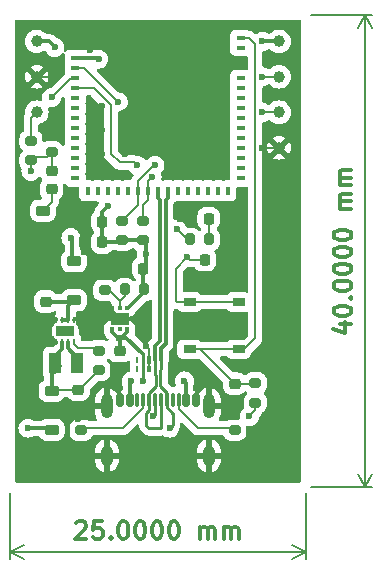
<source format=gbr>
%TF.GenerationSoftware,KiCad,Pcbnew,8.0.8*%
%TF.CreationDate,2025-07-23T19:23:50+02:00*%
%TF.ProjectId,liz_sensor,6c697a5f-7365-46e7-936f-722e6b696361,rev?*%
%TF.SameCoordinates,Original*%
%TF.FileFunction,Copper,L1,Top*%
%TF.FilePolarity,Positive*%
%FSLAX46Y46*%
G04 Gerber Fmt 4.6, Leading zero omitted, Abs format (unit mm)*
G04 Created by KiCad (PCBNEW 8.0.8) date 2025-07-23 19:23:50*
%MOMM*%
%LPD*%
G01*
G04 APERTURE LIST*
G04 Aperture macros list*
%AMRoundRect*
0 Rectangle with rounded corners*
0 $1 Rounding radius*
0 $2 $3 $4 $5 $6 $7 $8 $9 X,Y pos of 4 corners*
0 Add a 4 corners polygon primitive as box body*
4,1,4,$2,$3,$4,$5,$6,$7,$8,$9,$2,$3,0*
0 Add four circle primitives for the rounded corners*
1,1,$1+$1,$2,$3*
1,1,$1+$1,$4,$5*
1,1,$1+$1,$6,$7*
1,1,$1+$1,$8,$9*
0 Add four rect primitives between the rounded corners*
20,1,$1+$1,$2,$3,$4,$5,0*
20,1,$1+$1,$4,$5,$6,$7,0*
20,1,$1+$1,$6,$7,$8,$9,0*
20,1,$1+$1,$8,$9,$2,$3,0*%
%AMFreePoly0*
4,1,14,0.603536,0.603536,0.605000,0.600000,0.605000,-0.600000,0.603536,-0.603536,0.600000,-0.605000,-0.600000,-0.605000,-0.603536,-0.603536,-0.605000,-0.600000,-0.605000,0.000000,-0.603536,0.003536,-0.003536,0.603536,0.000000,0.605000,0.600000,0.605000,0.603536,0.603536,0.603536,0.603536,$1*%
G04 Aperture macros list end*
%ADD10C,0.300000*%
%TA.AperFunction,NonConductor*%
%ADD11C,0.300000*%
%TD*%
%TA.AperFunction,NonConductor*%
%ADD12C,0.200000*%
%TD*%
%TA.AperFunction,SMDPad,CuDef*%
%ADD13RoundRect,0.200000X-0.275000X0.200000X-0.275000X-0.200000X0.275000X-0.200000X0.275000X0.200000X0*%
%TD*%
%TA.AperFunction,SMDPad,CuDef*%
%ADD14RoundRect,0.225000X-0.250000X0.225000X-0.250000X-0.225000X0.250000X-0.225000X0.250000X0.225000X0*%
%TD*%
%TA.AperFunction,ComponentPad*%
%ADD15C,1.000000*%
%TD*%
%TA.AperFunction,SMDPad,CuDef*%
%ADD16RoundRect,0.225000X0.375000X-0.225000X0.375000X0.225000X-0.375000X0.225000X-0.375000X-0.225000X0*%
%TD*%
%TA.AperFunction,SMDPad,CuDef*%
%ADD17RoundRect,0.225000X0.225000X0.250000X-0.225000X0.250000X-0.225000X-0.250000X0.225000X-0.250000X0*%
%TD*%
%TA.AperFunction,SMDPad,CuDef*%
%ADD18R,0.800000X0.400000*%
%TD*%
%TA.AperFunction,SMDPad,CuDef*%
%ADD19R,0.400000X0.800000*%
%TD*%
%TA.AperFunction,SMDPad,CuDef*%
%ADD20R,1.200000X1.200000*%
%TD*%
%TA.AperFunction,SMDPad,CuDef*%
%ADD21FreePoly0,0.000000*%
%TD*%
%TA.AperFunction,SMDPad,CuDef*%
%ADD22R,0.800000X0.800000*%
%TD*%
%TA.AperFunction,SMDPad,CuDef*%
%ADD23R,1.050000X0.650000*%
%TD*%
%TA.AperFunction,SMDPad,CuDef*%
%ADD24RoundRect,0.200000X-0.200000X-0.275000X0.200000X-0.275000X0.200000X0.275000X-0.200000X0.275000X0*%
%TD*%
%TA.AperFunction,SMDPad,CuDef*%
%ADD25R,0.250000X0.625000*%
%TD*%
%TA.AperFunction,SMDPad,CuDef*%
%ADD26R,0.450000X0.700000*%
%TD*%
%TA.AperFunction,SMDPad,CuDef*%
%ADD27R,0.450000X0.575000*%
%TD*%
%TA.AperFunction,SMDPad,CuDef*%
%ADD28RoundRect,0.225000X-0.375000X0.225000X-0.375000X-0.225000X0.375000X-0.225000X0.375000X0.225000X0*%
%TD*%
%TA.AperFunction,SMDPad,CuDef*%
%ADD29RoundRect,0.218750X-0.218750X-0.256250X0.218750X-0.256250X0.218750X0.256250X-0.218750X0.256250X0*%
%TD*%
%TA.AperFunction,SMDPad,CuDef*%
%ADD30RoundRect,0.225000X-0.225000X-0.250000X0.225000X-0.250000X0.225000X0.250000X-0.225000X0.250000X0*%
%TD*%
%TA.AperFunction,SMDPad,CuDef*%
%ADD31R,0.249999X0.499999*%
%TD*%
%TA.AperFunction,SMDPad,CuDef*%
%ADD32R,1.599999X0.900001*%
%TD*%
%TA.AperFunction,ComponentPad*%
%ADD33C,0.499999*%
%TD*%
%TA.AperFunction,SMDPad,CuDef*%
%ADD34RoundRect,0.150000X-0.150000X-0.425000X0.150000X-0.425000X0.150000X0.425000X-0.150000X0.425000X0*%
%TD*%
%TA.AperFunction,SMDPad,CuDef*%
%ADD35RoundRect,0.075000X-0.075000X-0.500000X0.075000X-0.500000X0.075000X0.500000X-0.075000X0.500000X0*%
%TD*%
%TA.AperFunction,HeatsinkPad*%
%ADD36O,1.000000X2.100000*%
%TD*%
%TA.AperFunction,HeatsinkPad*%
%ADD37O,1.000000X1.800000*%
%TD*%
%TA.AperFunction,SMDPad,CuDef*%
%ADD38RoundRect,0.225000X0.250000X-0.225000X0.250000X0.225000X-0.250000X0.225000X-0.250000X-0.225000X0*%
%TD*%
%TA.AperFunction,SMDPad,CuDef*%
%ADD39R,1.066800X1.803400*%
%TD*%
%TA.AperFunction,SMDPad,CuDef*%
%ADD40RoundRect,0.093750X-0.106250X0.093750X-0.106250X-0.093750X0.106250X-0.093750X0.106250X0.093750X0*%
%TD*%
%TA.AperFunction,HeatsinkPad*%
%ADD41R,1.600000X1.000000*%
%TD*%
%TA.AperFunction,ViaPad*%
%ADD42C,0.600000*%
%TD*%
%TA.AperFunction,Conductor*%
%ADD43C,0.200000*%
%TD*%
%TA.AperFunction,Conductor*%
%ADD44C,0.300000*%
%TD*%
%TA.AperFunction,Conductor*%
%ADD45C,0.250000*%
%TD*%
%TA.AperFunction,Conductor*%
%ADD46C,0.315200*%
%TD*%
%TA.AperFunction,Conductor*%
%ADD47C,0.240000*%
%TD*%
G04 APERTURE END LIST*
D10*
D11*
X167878328Y-108214284D02*
X168878328Y-108214284D01*
X167306900Y-108571426D02*
X168378328Y-108928569D01*
X168378328Y-108928569D02*
X168378328Y-107999998D01*
X167378328Y-107142855D02*
X167378328Y-106999998D01*
X167378328Y-106999998D02*
X167449757Y-106857141D01*
X167449757Y-106857141D02*
X167521185Y-106785713D01*
X167521185Y-106785713D02*
X167664042Y-106714284D01*
X167664042Y-106714284D02*
X167949757Y-106642855D01*
X167949757Y-106642855D02*
X168306900Y-106642855D01*
X168306900Y-106642855D02*
X168592614Y-106714284D01*
X168592614Y-106714284D02*
X168735471Y-106785713D01*
X168735471Y-106785713D02*
X168806900Y-106857141D01*
X168806900Y-106857141D02*
X168878328Y-106999998D01*
X168878328Y-106999998D02*
X168878328Y-107142855D01*
X168878328Y-107142855D02*
X168806900Y-107285713D01*
X168806900Y-107285713D02*
X168735471Y-107357141D01*
X168735471Y-107357141D02*
X168592614Y-107428570D01*
X168592614Y-107428570D02*
X168306900Y-107499998D01*
X168306900Y-107499998D02*
X167949757Y-107499998D01*
X167949757Y-107499998D02*
X167664042Y-107428570D01*
X167664042Y-107428570D02*
X167521185Y-107357141D01*
X167521185Y-107357141D02*
X167449757Y-107285713D01*
X167449757Y-107285713D02*
X167378328Y-107142855D01*
X168735471Y-105999999D02*
X168806900Y-105928570D01*
X168806900Y-105928570D02*
X168878328Y-105999999D01*
X168878328Y-105999999D02*
X168806900Y-106071427D01*
X168806900Y-106071427D02*
X168735471Y-105999999D01*
X168735471Y-105999999D02*
X168878328Y-105999999D01*
X167378328Y-104999998D02*
X167378328Y-104857141D01*
X167378328Y-104857141D02*
X167449757Y-104714284D01*
X167449757Y-104714284D02*
X167521185Y-104642856D01*
X167521185Y-104642856D02*
X167664042Y-104571427D01*
X167664042Y-104571427D02*
X167949757Y-104499998D01*
X167949757Y-104499998D02*
X168306900Y-104499998D01*
X168306900Y-104499998D02*
X168592614Y-104571427D01*
X168592614Y-104571427D02*
X168735471Y-104642856D01*
X168735471Y-104642856D02*
X168806900Y-104714284D01*
X168806900Y-104714284D02*
X168878328Y-104857141D01*
X168878328Y-104857141D02*
X168878328Y-104999998D01*
X168878328Y-104999998D02*
X168806900Y-105142856D01*
X168806900Y-105142856D02*
X168735471Y-105214284D01*
X168735471Y-105214284D02*
X168592614Y-105285713D01*
X168592614Y-105285713D02*
X168306900Y-105357141D01*
X168306900Y-105357141D02*
X167949757Y-105357141D01*
X167949757Y-105357141D02*
X167664042Y-105285713D01*
X167664042Y-105285713D02*
X167521185Y-105214284D01*
X167521185Y-105214284D02*
X167449757Y-105142856D01*
X167449757Y-105142856D02*
X167378328Y-104999998D01*
X167378328Y-103571427D02*
X167378328Y-103428570D01*
X167378328Y-103428570D02*
X167449757Y-103285713D01*
X167449757Y-103285713D02*
X167521185Y-103214285D01*
X167521185Y-103214285D02*
X167664042Y-103142856D01*
X167664042Y-103142856D02*
X167949757Y-103071427D01*
X167949757Y-103071427D02*
X168306900Y-103071427D01*
X168306900Y-103071427D02*
X168592614Y-103142856D01*
X168592614Y-103142856D02*
X168735471Y-103214285D01*
X168735471Y-103214285D02*
X168806900Y-103285713D01*
X168806900Y-103285713D02*
X168878328Y-103428570D01*
X168878328Y-103428570D02*
X168878328Y-103571427D01*
X168878328Y-103571427D02*
X168806900Y-103714285D01*
X168806900Y-103714285D02*
X168735471Y-103785713D01*
X168735471Y-103785713D02*
X168592614Y-103857142D01*
X168592614Y-103857142D02*
X168306900Y-103928570D01*
X168306900Y-103928570D02*
X167949757Y-103928570D01*
X167949757Y-103928570D02*
X167664042Y-103857142D01*
X167664042Y-103857142D02*
X167521185Y-103785713D01*
X167521185Y-103785713D02*
X167449757Y-103714285D01*
X167449757Y-103714285D02*
X167378328Y-103571427D01*
X167378328Y-102142856D02*
X167378328Y-101999999D01*
X167378328Y-101999999D02*
X167449757Y-101857142D01*
X167449757Y-101857142D02*
X167521185Y-101785714D01*
X167521185Y-101785714D02*
X167664042Y-101714285D01*
X167664042Y-101714285D02*
X167949757Y-101642856D01*
X167949757Y-101642856D02*
X168306900Y-101642856D01*
X168306900Y-101642856D02*
X168592614Y-101714285D01*
X168592614Y-101714285D02*
X168735471Y-101785714D01*
X168735471Y-101785714D02*
X168806900Y-101857142D01*
X168806900Y-101857142D02*
X168878328Y-101999999D01*
X168878328Y-101999999D02*
X168878328Y-102142856D01*
X168878328Y-102142856D02*
X168806900Y-102285714D01*
X168806900Y-102285714D02*
X168735471Y-102357142D01*
X168735471Y-102357142D02*
X168592614Y-102428571D01*
X168592614Y-102428571D02*
X168306900Y-102499999D01*
X168306900Y-102499999D02*
X167949757Y-102499999D01*
X167949757Y-102499999D02*
X167664042Y-102428571D01*
X167664042Y-102428571D02*
X167521185Y-102357142D01*
X167521185Y-102357142D02*
X167449757Y-102285714D01*
X167449757Y-102285714D02*
X167378328Y-102142856D01*
X167378328Y-100714285D02*
X167378328Y-100571428D01*
X167378328Y-100571428D02*
X167449757Y-100428571D01*
X167449757Y-100428571D02*
X167521185Y-100357143D01*
X167521185Y-100357143D02*
X167664042Y-100285714D01*
X167664042Y-100285714D02*
X167949757Y-100214285D01*
X167949757Y-100214285D02*
X168306900Y-100214285D01*
X168306900Y-100214285D02*
X168592614Y-100285714D01*
X168592614Y-100285714D02*
X168735471Y-100357143D01*
X168735471Y-100357143D02*
X168806900Y-100428571D01*
X168806900Y-100428571D02*
X168878328Y-100571428D01*
X168878328Y-100571428D02*
X168878328Y-100714285D01*
X168878328Y-100714285D02*
X168806900Y-100857143D01*
X168806900Y-100857143D02*
X168735471Y-100928571D01*
X168735471Y-100928571D02*
X168592614Y-101000000D01*
X168592614Y-101000000D02*
X168306900Y-101071428D01*
X168306900Y-101071428D02*
X167949757Y-101071428D01*
X167949757Y-101071428D02*
X167664042Y-101000000D01*
X167664042Y-101000000D02*
X167521185Y-100928571D01*
X167521185Y-100928571D02*
X167449757Y-100857143D01*
X167449757Y-100857143D02*
X167378328Y-100714285D01*
X168878328Y-98428572D02*
X167878328Y-98428572D01*
X168021185Y-98428572D02*
X167949757Y-98357143D01*
X167949757Y-98357143D02*
X167878328Y-98214286D01*
X167878328Y-98214286D02*
X167878328Y-98000000D01*
X167878328Y-98000000D02*
X167949757Y-97857143D01*
X167949757Y-97857143D02*
X168092614Y-97785715D01*
X168092614Y-97785715D02*
X168878328Y-97785715D01*
X168092614Y-97785715D02*
X167949757Y-97714286D01*
X167949757Y-97714286D02*
X167878328Y-97571429D01*
X167878328Y-97571429D02*
X167878328Y-97357143D01*
X167878328Y-97357143D02*
X167949757Y-97214286D01*
X167949757Y-97214286D02*
X168092614Y-97142857D01*
X168092614Y-97142857D02*
X168878328Y-97142857D01*
X168878328Y-96428572D02*
X167878328Y-96428572D01*
X168021185Y-96428572D02*
X167949757Y-96357143D01*
X167949757Y-96357143D02*
X167878328Y-96214286D01*
X167878328Y-96214286D02*
X167878328Y-96000000D01*
X167878328Y-96000000D02*
X167949757Y-95857143D01*
X167949757Y-95857143D02*
X168092614Y-95785715D01*
X168092614Y-95785715D02*
X168878328Y-95785715D01*
X168092614Y-95785715D02*
X167949757Y-95714286D01*
X167949757Y-95714286D02*
X167878328Y-95571429D01*
X167878328Y-95571429D02*
X167878328Y-95357143D01*
X167878328Y-95357143D02*
X167949757Y-95214286D01*
X167949757Y-95214286D02*
X168092614Y-95142857D01*
X168092614Y-95142857D02*
X168878328Y-95142857D01*
D12*
X165500000Y-82000000D02*
X170586420Y-82000000D01*
X165500000Y-122000000D02*
X170586420Y-122000000D01*
X170000000Y-82000000D02*
X170000000Y-122000000D01*
X170000000Y-82000000D02*
X170000000Y-122000000D01*
X170000000Y-82000000D02*
X170586421Y-83126504D01*
X170000000Y-82000000D02*
X169413579Y-83126504D01*
X170000000Y-122000000D02*
X169413579Y-120873496D01*
X170000000Y-122000000D02*
X170586421Y-120873496D01*
D10*
D11*
X145571430Y-125021184D02*
X145642858Y-124949756D01*
X145642858Y-124949756D02*
X145785716Y-124878327D01*
X145785716Y-124878327D02*
X146142858Y-124878327D01*
X146142858Y-124878327D02*
X146285716Y-124949756D01*
X146285716Y-124949756D02*
X146357144Y-125021184D01*
X146357144Y-125021184D02*
X146428573Y-125164041D01*
X146428573Y-125164041D02*
X146428573Y-125306899D01*
X146428573Y-125306899D02*
X146357144Y-125521184D01*
X146357144Y-125521184D02*
X145500001Y-126378327D01*
X145500001Y-126378327D02*
X146428573Y-126378327D01*
X147785715Y-124878327D02*
X147071429Y-124878327D01*
X147071429Y-124878327D02*
X147000001Y-125592613D01*
X147000001Y-125592613D02*
X147071429Y-125521184D01*
X147071429Y-125521184D02*
X147214287Y-125449756D01*
X147214287Y-125449756D02*
X147571429Y-125449756D01*
X147571429Y-125449756D02*
X147714287Y-125521184D01*
X147714287Y-125521184D02*
X147785715Y-125592613D01*
X147785715Y-125592613D02*
X147857144Y-125735470D01*
X147857144Y-125735470D02*
X147857144Y-126092613D01*
X147857144Y-126092613D02*
X147785715Y-126235470D01*
X147785715Y-126235470D02*
X147714287Y-126306899D01*
X147714287Y-126306899D02*
X147571429Y-126378327D01*
X147571429Y-126378327D02*
X147214287Y-126378327D01*
X147214287Y-126378327D02*
X147071429Y-126306899D01*
X147071429Y-126306899D02*
X147000001Y-126235470D01*
X148500000Y-126235470D02*
X148571429Y-126306899D01*
X148571429Y-126306899D02*
X148500000Y-126378327D01*
X148500000Y-126378327D02*
X148428572Y-126306899D01*
X148428572Y-126306899D02*
X148500000Y-126235470D01*
X148500000Y-126235470D02*
X148500000Y-126378327D01*
X149500001Y-124878327D02*
X149642858Y-124878327D01*
X149642858Y-124878327D02*
X149785715Y-124949756D01*
X149785715Y-124949756D02*
X149857144Y-125021184D01*
X149857144Y-125021184D02*
X149928572Y-125164041D01*
X149928572Y-125164041D02*
X150000001Y-125449756D01*
X150000001Y-125449756D02*
X150000001Y-125806899D01*
X150000001Y-125806899D02*
X149928572Y-126092613D01*
X149928572Y-126092613D02*
X149857144Y-126235470D01*
X149857144Y-126235470D02*
X149785715Y-126306899D01*
X149785715Y-126306899D02*
X149642858Y-126378327D01*
X149642858Y-126378327D02*
X149500001Y-126378327D01*
X149500001Y-126378327D02*
X149357144Y-126306899D01*
X149357144Y-126306899D02*
X149285715Y-126235470D01*
X149285715Y-126235470D02*
X149214286Y-126092613D01*
X149214286Y-126092613D02*
X149142858Y-125806899D01*
X149142858Y-125806899D02*
X149142858Y-125449756D01*
X149142858Y-125449756D02*
X149214286Y-125164041D01*
X149214286Y-125164041D02*
X149285715Y-125021184D01*
X149285715Y-125021184D02*
X149357144Y-124949756D01*
X149357144Y-124949756D02*
X149500001Y-124878327D01*
X150928572Y-124878327D02*
X151071429Y-124878327D01*
X151071429Y-124878327D02*
X151214286Y-124949756D01*
X151214286Y-124949756D02*
X151285715Y-125021184D01*
X151285715Y-125021184D02*
X151357143Y-125164041D01*
X151357143Y-125164041D02*
X151428572Y-125449756D01*
X151428572Y-125449756D02*
X151428572Y-125806899D01*
X151428572Y-125806899D02*
X151357143Y-126092613D01*
X151357143Y-126092613D02*
X151285715Y-126235470D01*
X151285715Y-126235470D02*
X151214286Y-126306899D01*
X151214286Y-126306899D02*
X151071429Y-126378327D01*
X151071429Y-126378327D02*
X150928572Y-126378327D01*
X150928572Y-126378327D02*
X150785715Y-126306899D01*
X150785715Y-126306899D02*
X150714286Y-126235470D01*
X150714286Y-126235470D02*
X150642857Y-126092613D01*
X150642857Y-126092613D02*
X150571429Y-125806899D01*
X150571429Y-125806899D02*
X150571429Y-125449756D01*
X150571429Y-125449756D02*
X150642857Y-125164041D01*
X150642857Y-125164041D02*
X150714286Y-125021184D01*
X150714286Y-125021184D02*
X150785715Y-124949756D01*
X150785715Y-124949756D02*
X150928572Y-124878327D01*
X152357143Y-124878327D02*
X152500000Y-124878327D01*
X152500000Y-124878327D02*
X152642857Y-124949756D01*
X152642857Y-124949756D02*
X152714286Y-125021184D01*
X152714286Y-125021184D02*
X152785714Y-125164041D01*
X152785714Y-125164041D02*
X152857143Y-125449756D01*
X152857143Y-125449756D02*
X152857143Y-125806899D01*
X152857143Y-125806899D02*
X152785714Y-126092613D01*
X152785714Y-126092613D02*
X152714286Y-126235470D01*
X152714286Y-126235470D02*
X152642857Y-126306899D01*
X152642857Y-126306899D02*
X152500000Y-126378327D01*
X152500000Y-126378327D02*
X152357143Y-126378327D01*
X152357143Y-126378327D02*
X152214286Y-126306899D01*
X152214286Y-126306899D02*
X152142857Y-126235470D01*
X152142857Y-126235470D02*
X152071428Y-126092613D01*
X152071428Y-126092613D02*
X152000000Y-125806899D01*
X152000000Y-125806899D02*
X152000000Y-125449756D01*
X152000000Y-125449756D02*
X152071428Y-125164041D01*
X152071428Y-125164041D02*
X152142857Y-125021184D01*
X152142857Y-125021184D02*
X152214286Y-124949756D01*
X152214286Y-124949756D02*
X152357143Y-124878327D01*
X153785714Y-124878327D02*
X153928571Y-124878327D01*
X153928571Y-124878327D02*
X154071428Y-124949756D01*
X154071428Y-124949756D02*
X154142857Y-125021184D01*
X154142857Y-125021184D02*
X154214285Y-125164041D01*
X154214285Y-125164041D02*
X154285714Y-125449756D01*
X154285714Y-125449756D02*
X154285714Y-125806899D01*
X154285714Y-125806899D02*
X154214285Y-126092613D01*
X154214285Y-126092613D02*
X154142857Y-126235470D01*
X154142857Y-126235470D02*
X154071428Y-126306899D01*
X154071428Y-126306899D02*
X153928571Y-126378327D01*
X153928571Y-126378327D02*
X153785714Y-126378327D01*
X153785714Y-126378327D02*
X153642857Y-126306899D01*
X153642857Y-126306899D02*
X153571428Y-126235470D01*
X153571428Y-126235470D02*
X153499999Y-126092613D01*
X153499999Y-126092613D02*
X153428571Y-125806899D01*
X153428571Y-125806899D02*
X153428571Y-125449756D01*
X153428571Y-125449756D02*
X153499999Y-125164041D01*
X153499999Y-125164041D02*
X153571428Y-125021184D01*
X153571428Y-125021184D02*
X153642857Y-124949756D01*
X153642857Y-124949756D02*
X153785714Y-124878327D01*
X156071427Y-126378327D02*
X156071427Y-125378327D01*
X156071427Y-125521184D02*
X156142856Y-125449756D01*
X156142856Y-125449756D02*
X156285713Y-125378327D01*
X156285713Y-125378327D02*
X156499999Y-125378327D01*
X156499999Y-125378327D02*
X156642856Y-125449756D01*
X156642856Y-125449756D02*
X156714285Y-125592613D01*
X156714285Y-125592613D02*
X156714285Y-126378327D01*
X156714285Y-125592613D02*
X156785713Y-125449756D01*
X156785713Y-125449756D02*
X156928570Y-125378327D01*
X156928570Y-125378327D02*
X157142856Y-125378327D01*
X157142856Y-125378327D02*
X157285713Y-125449756D01*
X157285713Y-125449756D02*
X157357142Y-125592613D01*
X157357142Y-125592613D02*
X157357142Y-126378327D01*
X158071427Y-126378327D02*
X158071427Y-125378327D01*
X158071427Y-125521184D02*
X158142856Y-125449756D01*
X158142856Y-125449756D02*
X158285713Y-125378327D01*
X158285713Y-125378327D02*
X158499999Y-125378327D01*
X158499999Y-125378327D02*
X158642856Y-125449756D01*
X158642856Y-125449756D02*
X158714285Y-125592613D01*
X158714285Y-125592613D02*
X158714285Y-126378327D01*
X158714285Y-125592613D02*
X158785713Y-125449756D01*
X158785713Y-125449756D02*
X158928570Y-125378327D01*
X158928570Y-125378327D02*
X159142856Y-125378327D01*
X159142856Y-125378327D02*
X159285713Y-125449756D01*
X159285713Y-125449756D02*
X159357142Y-125592613D01*
X159357142Y-125592613D02*
X159357142Y-126378327D01*
D12*
X140000000Y-122500000D02*
X140000000Y-128086419D01*
X165000000Y-122500000D02*
X165000000Y-128086419D01*
X140000000Y-127499999D02*
X165000000Y-127499999D01*
X140000000Y-127499999D02*
X165000000Y-127499999D01*
X140000000Y-127499999D02*
X141126504Y-126913578D01*
X140000000Y-127499999D02*
X141126504Y-128086420D01*
X165000000Y-127499999D02*
X163873496Y-128086420D01*
X165000000Y-127499999D02*
X163873496Y-126913578D01*
D13*
%TO.P,R7,1*%
%TO.N,GND*%
X148000000Y-103675000D03*
%TO.P,R7,2*%
%TO.N,Net-(U5-FB)*%
X148000000Y-105325000D03*
%TD*%
D14*
%TO.P,C5,1*%
%TO.N,/5V_USB*%
X149250000Y-110475000D03*
%TO.P,C5,2*%
%TO.N,GND*%
X149250000Y-112025000D03*
%TD*%
D15*
%TO.P,GND1,1,1*%
%TO.N,GND*%
X142250000Y-87250000D03*
%TD*%
D13*
%TO.P,R4,1*%
%TO.N,Net-(PS1-PG)*%
X147500000Y-110425000D03*
%TO.P,R4,2*%
%TO.N,Net-(D4-A)*%
X147500000Y-112075000D03*
%TD*%
D16*
%TO.P,D4,1,K*%
%TO.N,/5V_USB*%
X143500000Y-117150000D03*
%TO.P,D4,2,A*%
%TO.N,Net-(D4-A)*%
X143500000Y-113850000D03*
%TD*%
D15*
%TO.P,SDA1,1,1*%
%TO.N,/I2C_SDA*%
X162750000Y-90250000D03*
%TD*%
D17*
%TO.P,C2,1*%
%TO.N,/3V3*%
X147775000Y-101250000D03*
%TO.P,C2,2*%
%TO.N,GND*%
X146225000Y-101250000D03*
%TD*%
%TO.P,C6,1*%
%TO.N,/3V3*%
X151275000Y-103500000D03*
%TO.P,C6,2*%
%TO.N,GND*%
X149725000Y-103500000D03*
%TD*%
D18*
%TO.P,U1,1,GND*%
%TO.N,GND*%
X145500000Y-83950000D03*
%TO.P,U1,2,GND*%
X145500000Y-84800000D03*
%TO.P,U1,3,3V3*%
%TO.N,/3V3*%
X145500000Y-85650000D03*
%TO.P,U1,4,IO0*%
%TO.N,/GPIO0*%
X145500000Y-86500000D03*
%TO.P,U1,5,IO1*%
%TO.N,/GPIO1*%
X145500000Y-87350000D03*
%TO.P,U1,6,IO2*%
%TO.N,/GPIO2*%
X145500000Y-88200000D03*
%TO.P,U1,7,IO3*%
%TO.N,unconnected-(U1-IO3-Pad7)*%
X145500000Y-89050000D03*
%TO.P,U1,8,IO4*%
%TO.N,unconnected-(U1-IO4-Pad8)*%
X145500000Y-89900000D03*
%TO.P,U1,9,IO5*%
%TO.N,unconnected-(U1-IO5-Pad9)*%
X145500000Y-90750000D03*
%TO.P,U1,10,IO6*%
%TO.N,unconnected-(U1-IO6-Pad10)*%
X145500000Y-91600000D03*
%TO.P,U1,11,IO7*%
%TO.N,unconnected-(U1-IO7-Pad11)*%
X145500000Y-92450000D03*
%TO.P,U1,12,IO8*%
%TO.N,unconnected-(U1-IO8-Pad12)*%
X145500000Y-93300000D03*
%TO.P,U1,13,IO9*%
%TO.N,unconnected-(U1-IO9-Pad13)*%
X145500000Y-94150000D03*
%TO.P,U1,14,IO10*%
%TO.N,unconnected-(U1-IO10-Pad14)*%
X145500000Y-95000000D03*
%TO.P,U1,15,IO11*%
%TO.N,unconnected-(U1-IO11-Pad15)*%
X145500000Y-95850000D03*
D19*
%TO.P,U1,16,IO12*%
%TO.N,unconnected-(U1-IO12-Pad16)*%
X146550000Y-96900000D03*
%TO.P,U1,17,IO13*%
%TO.N,unconnected-(U1-IO13-Pad17)*%
X147400000Y-96900000D03*
%TO.P,U1,18,IO14*%
%TO.N,unconnected-(U1-IO14-Pad18)*%
X148250000Y-96900000D03*
%TO.P,U1,19,IO15*%
%TO.N,unconnected-(U1-IO15-Pad19)*%
X149100000Y-96900000D03*
%TO.P,U1,20,IO16*%
%TO.N,unconnected-(U1-IO16-Pad20)*%
X149950000Y-96900000D03*
%TO.P,U1,21,IO17*%
%TO.N,/I2C_SCL*%
X150800000Y-96900000D03*
%TO.P,U1,22,IO18*%
%TO.N,/I2C_SDA*%
X151650000Y-96900000D03*
%TO.P,U1,23,IO19*%
%TO.N,/USB_N*%
X152500000Y-96900000D03*
%TO.P,U1,24,IO20*%
%TO.N,/USB_P*%
X153350000Y-96900000D03*
%TO.P,U1,25,IO21*%
%TO.N,unconnected-(U1-IO21-Pad25)*%
X154200000Y-96900000D03*
%TO.P,U1,26,IO26*%
%TO.N,unconnected-(U1-IO26-Pad26)*%
X155050000Y-96900000D03*
%TO.P,U1,27,IO47*%
%TO.N,unconnected-(U1-IO47-Pad27)*%
X155900000Y-96900000D03*
%TO.P,U1,28,IO33*%
%TO.N,unconnected-(U1-IO33-Pad28)*%
X156750000Y-96900000D03*
%TO.P,U1,29,IO34*%
%TO.N,unconnected-(U1-IO34-Pad29)*%
X157600000Y-96900000D03*
%TO.P,U1,30,IO48*%
%TO.N,unconnected-(U1-IO48-Pad30)*%
X158450000Y-96900000D03*
D18*
%TO.P,U1,31,IO35*%
%TO.N,unconnected-(U1-IO35-Pad31)*%
X159500000Y-95850000D03*
%TO.P,U1,32,IO36*%
%TO.N,unconnected-(U1-IO36-Pad32)*%
X159500000Y-95000000D03*
%TO.P,U1,33,IO37*%
%TO.N,unconnected-(U1-IO37-Pad33)*%
X159500000Y-94150000D03*
%TO.P,U1,34,IO38*%
%TO.N,unconnected-(U1-IO38-Pad34)*%
X159500000Y-93300000D03*
%TO.P,U1,35,IO39*%
%TO.N,unconnected-(U1-IO39-Pad35)*%
X159500000Y-92450000D03*
%TO.P,U1,36,IO40*%
%TO.N,unconnected-(U1-IO40-Pad36)*%
X159500000Y-91600000D03*
%TO.P,U1,37,IO41*%
%TO.N,unconnected-(U1-IO41-Pad37)*%
X159500000Y-90750000D03*
%TO.P,U1,38,IO42*%
%TO.N,unconnected-(U1-IO42-Pad38)*%
X159500000Y-89900000D03*
%TO.P,U1,39,TXD0*%
%TO.N,unconnected-(U1-TXD0-Pad39)*%
X159500000Y-89050000D03*
%TO.P,U1,40,RXD0*%
%TO.N,unconnected-(U1-RXD0-Pad40)*%
X159500000Y-88200000D03*
%TO.P,U1,41,IO45*%
%TO.N,unconnected-(U1-IO45-Pad41)*%
X159500000Y-87350000D03*
%TO.P,U1,42,GND*%
%TO.N,GND*%
X159500000Y-86500000D03*
%TO.P,U1,43,GND*%
X159500000Y-85650000D03*
%TO.P,U1,44,IO46*%
%TO.N,unconnected-(U1-IO46-Pad44)*%
X159500000Y-84800000D03*
%TO.P,U1,45,EN*%
%TO.N,/ESP32_EN*%
X159500000Y-83950000D03*
D19*
%TO.P,U1,46,GND*%
%TO.N,GND*%
X158450000Y-82900000D03*
%TO.P,U1,47,GND*%
X157600000Y-82900000D03*
%TO.P,U1,48,GND*%
X156750000Y-82900000D03*
%TO.P,U1,49,GND*%
X155900000Y-82900000D03*
%TO.P,U1,50,GND*%
X155050000Y-82900000D03*
%TO.P,U1,51,GND*%
X154200000Y-82900000D03*
%TO.P,U1,52,GND*%
X153350000Y-82900000D03*
%TO.P,U1,53,GND*%
X152500000Y-82900000D03*
%TO.P,U1,54,GND*%
X151650000Y-82900000D03*
%TO.P,U1,55,GND*%
X150800000Y-82900000D03*
%TO.P,U1,56,GND*%
X149950000Y-82900000D03*
%TO.P,U1,57,GND*%
X149100000Y-82900000D03*
%TO.P,U1,58,GND*%
X148250000Y-82900000D03*
%TO.P,U1,59,GND*%
X147400000Y-82900000D03*
%TO.P,U1,60,GND*%
X146550000Y-82900000D03*
D20*
%TO.P,U1,61,GND*%
X152500000Y-89900000D03*
D21*
%TO.P,U1,61_1,GND*%
X150850000Y-88250000D03*
D20*
%TO.P,U1,61_2,GND*%
X152500000Y-88250000D03*
%TO.P,U1,61_3,GND*%
X154150000Y-88250000D03*
%TO.P,U1,61_4,GND*%
X154150000Y-89900000D03*
%TO.P,U1,61_5,GND*%
X154150000Y-91550000D03*
%TO.P,U1,61_6,GND*%
X152500000Y-91550000D03*
%TO.P,U1,61_7,GND*%
X150850000Y-91550000D03*
%TO.P,U1,61_8,GND*%
X150850000Y-89900000D03*
D22*
%TO.P,U1,62,GND*%
X145500000Y-82900000D03*
%TO.P,U1,63,GND*%
X145500000Y-96900000D03*
%TO.P,U1,64,GND*%
X159500000Y-96900000D03*
%TO.P,U1,65,GND*%
X159500000Y-82900000D03*
%TD*%
D23*
%TO.P,RESET1,1,1*%
%TO.N,GND*%
X155175000Y-108175000D03*
%TO.P,RESET1,2,2*%
X159325000Y-108175000D03*
%TO.P,RESET1,3,3*%
%TO.N,/ESP32_EN*%
X155175000Y-110325000D03*
%TO.P,RESET1,4,4*%
X159325000Y-110325000D03*
%TD*%
D24*
%TO.P,R6,1*%
%TO.N,Net-(U5-FB)*%
X149675000Y-105250000D03*
%TO.P,R6,2*%
%TO.N,/3V3*%
X151325000Y-105250000D03*
%TD*%
D13*
%TO.P,R1,1*%
%TO.N,Net-(J1-CC2)*%
X159000000Y-117175000D03*
%TO.P,R1,2*%
%TO.N,GND*%
X159000000Y-118825000D03*
%TD*%
%TO.P,R11,1*%
%TO.N,/I2C_SCL*%
X149500000Y-99425000D03*
%TO.P,R11,2*%
%TO.N,/3V3*%
X149500000Y-101075000D03*
%TD*%
D25*
%TO.P,U2,1*%
%TO.N,/USB_P*%
X152750000Y-111225000D03*
%TO.P,U2,2*%
%TO.N,/USB_N*%
X152250000Y-111225000D03*
D26*
%TO.P,U2,3,VSS*%
%TO.N,GND*%
X151750000Y-111262500D03*
D25*
%TO.P,U2,4*%
%TO.N,/5V_USB*%
X151250000Y-111225000D03*
%TO.P,U2,5*%
%TO.N,unconnected-(U2-Pad5)*%
X150750000Y-111225000D03*
%TO.P,U2,6,NC*%
%TO.N,unconnected-(U2-NC-Pad6)*%
X150750000Y-112000000D03*
%TO.P,U2,7,NC*%
%TO.N,/5V_USB*%
X151250000Y-112000000D03*
D27*
%TO.P,U2,8,VSS*%
%TO.N,GND*%
X151750000Y-112025000D03*
D25*
%TO.P,U2,9,NC*%
%TO.N,/USB_N*%
X152250000Y-112000000D03*
%TO.P,U2,10,NC*%
%TO.N,/USB_P*%
X152750000Y-112000000D03*
%TD*%
D13*
%TO.P,R2,1*%
%TO.N,Net-(J1-CC1)*%
X146000000Y-117175000D03*
%TO.P,R2,2*%
%TO.N,GND*%
X146000000Y-118825000D03*
%TD*%
D14*
%TO.P,C7,1*%
%TO.N,/GPIO1*%
X143500000Y-95225000D03*
%TO.P,C7,2*%
%TO.N,Net-(D1-K)*%
X143500000Y-96775000D03*
%TD*%
D28*
%TO.P,D1,1,K*%
%TO.N,Net-(D1-K)*%
X142750000Y-98600000D03*
%TO.P,D1,2,A*%
%TO.N,GND*%
X142750000Y-101900000D03*
%TD*%
D14*
%TO.P,C3,1*%
%TO.N,/ESP32_EN*%
X159000000Y-113225000D03*
%TO.P,C3,2*%
%TO.N,GND*%
X159000000Y-114775000D03*
%TD*%
D24*
%TO.P,R8,1*%
%TO.N,/GPIO2*%
X155175000Y-101000000D03*
%TO.P,R8,2*%
%TO.N,Net-(D3-A)*%
X156825000Y-101000000D03*
%TD*%
D13*
%TO.P,R3,1*%
%TO.N,/ESP32_EN*%
X160750000Y-113175000D03*
%TO.P,R3,2*%
%TO.N,/3V3*%
X160750000Y-114825000D03*
%TD*%
D16*
%TO.P,D6,1,K*%
%TO.N,Net-(D6-K)*%
X145400000Y-106150000D03*
%TO.P,D6,2,A*%
%TO.N,/12V_P*%
X145400000Y-102850000D03*
%TD*%
D13*
%TO.P,R5,1*%
%TO.N,Net-(GPIO1-Pad1)*%
X141750000Y-92675000D03*
%TO.P,R5,2*%
%TO.N,/GPIO1*%
X141750000Y-94325000D03*
%TD*%
D15*
%TO.P,GND2,1,1*%
%TO.N,GND*%
X162750000Y-93250000D03*
%TD*%
%TO.P,SCL1,1,1*%
%TO.N,/I2C_SCL*%
X162750000Y-87250000D03*
%TD*%
D13*
%TO.P,R10,1*%
%TO.N,/I2C_SDA*%
X151250000Y-99425000D03*
%TO.P,R10,2*%
%TO.N,/3V3*%
X151250000Y-101075000D03*
%TD*%
D29*
%TO.P,D3,1,K*%
%TO.N,GND*%
X155212500Y-99250000D03*
%TO.P,D3,2,A*%
%TO.N,Net-(D3-A)*%
X156787500Y-99250000D03*
%TD*%
D14*
%TO.P,C10,1*%
%TO.N,Net-(D4-A)*%
X145750000Y-113725000D03*
%TO.P,C10,2*%
%TO.N,GND*%
X145750000Y-115275000D03*
%TD*%
D15*
%TO.P,3V3,1,1*%
%TO.N,/3V3*%
X162750000Y-84250000D03*
%TD*%
D13*
%TO.P,R9,1*%
%TO.N,GND*%
X143500000Y-91925000D03*
%TO.P,R9,2*%
%TO.N,/GPIO1*%
X143500000Y-93575000D03*
%TD*%
D30*
%TO.P,C4,1*%
%TO.N,/GPIO0*%
X156475000Y-102750000D03*
%TO.P,C4,2*%
%TO.N,GND*%
X158025000Y-102750000D03*
%TD*%
D23*
%TO.P,BOOT1,1,1*%
%TO.N,GND*%
X155175000Y-104175000D03*
%TO.P,BOOT1,2,2*%
X159325000Y-104175000D03*
%TO.P,BOOT1,3,3*%
%TO.N,/GPIO0*%
X155175000Y-106325000D03*
%TO.P,BOOT1,4,4*%
X159325000Y-106325000D03*
%TD*%
D15*
%TO.P,GPIO1,1,1*%
%TO.N,Net-(GPIO1-Pad1)*%
X142250000Y-90250000D03*
%TD*%
D31*
%TO.P,PS1,1,PGND*%
%TO.N,GND*%
X145400000Y-107799999D03*
%TO.P,PS1,2,VIN*%
%TO.N,Net-(D6-K)*%
X144900001Y-107799999D03*
%TO.P,PS1,3,EN*%
X144399999Y-107799999D03*
%TO.P,PS1,4,AGND*%
%TO.N,GND*%
X143900001Y-107799999D03*
%TO.P,PS1,5,FB*%
X143900001Y-109700001D03*
%TO.P,PS1,6,VOS*%
%TO.N,Net-(D4-A)*%
X144399999Y-109700001D03*
%TO.P,PS1,7,SW*%
%TO.N,Net-(PS1-SW)*%
X144900001Y-109700001D03*
%TO.P,PS1,8,PG*%
%TO.N,Net-(PS1-PG)*%
X145400000Y-109700001D03*
D32*
%TO.P,PS1,9,EXP*%
%TO.N,GND*%
X144650002Y-108750000D03*
D33*
%TO.P,PS1,V*%
%TO.N,N/C*%
X145049998Y-108750000D03*
X144250000Y-108750000D03*
%TD*%
D15*
%TO.P,12VP1,1,1*%
%TO.N,/12V_P*%
X142250000Y-84250000D03*
%TD*%
D17*
%TO.P,C1,1*%
%TO.N,/3V3*%
X147775000Y-99500000D03*
%TO.P,C1,2*%
%TO.N,GND*%
X146225000Y-99500000D03*
%TD*%
D34*
%TO.P,J1,A1,GND*%
%TO.N,GND*%
X149300000Y-114570000D03*
%TO.P,J1,A4,VBUS*%
%TO.N,/5V_USB*%
X150100000Y-114570000D03*
D35*
%TO.P,J1,A5,CC1*%
%TO.N,Net-(J1-CC1)*%
X151250000Y-114570000D03*
%TO.P,J1,A6,D+*%
%TO.N,/USB_P*%
X152250000Y-114570000D03*
%TO.P,J1,A7,D-*%
%TO.N,/USB_N*%
X152750000Y-114570000D03*
%TO.P,J1,A8,SBU1*%
%TO.N,unconnected-(J1-SBU1-PadA8)*%
X153750000Y-114570000D03*
D34*
%TO.P,J1,A9,VBUS*%
%TO.N,/5V_USB*%
X154900000Y-114570000D03*
%TO.P,J1,A12,GND*%
%TO.N,GND*%
X155700000Y-114570000D03*
%TO.P,J1,B1,GND*%
X155700000Y-114570000D03*
%TO.P,J1,B4,VBUS*%
%TO.N,/5V_USB*%
X154900000Y-114570000D03*
D35*
%TO.P,J1,B5,CC2*%
%TO.N,Net-(J1-CC2)*%
X154250000Y-114570000D03*
%TO.P,J1,B6,D+*%
%TO.N,/USB_P*%
X153250000Y-114570000D03*
%TO.P,J1,B7,D-*%
%TO.N,/USB_N*%
X151750000Y-114570000D03*
%TO.P,J1,B8,SBU2*%
%TO.N,unconnected-(J1-SBU2-PadB8)*%
X150750000Y-114570000D03*
D34*
%TO.P,J1,B9,VBUS*%
%TO.N,/5V_USB*%
X150100000Y-114570000D03*
%TO.P,J1,B12,GND*%
%TO.N,GND*%
X149300000Y-114570000D03*
D36*
%TO.P,J1,S1,SHIELD*%
X148180000Y-115145000D03*
D37*
X148180000Y-119325000D03*
D36*
X156820000Y-115145000D03*
D37*
X156820000Y-119325000D03*
%TD*%
D38*
%TO.P,C9,1*%
%TO.N,Net-(D6-K)*%
X143000000Y-106275000D03*
%TO.P,C9,2*%
%TO.N,GND*%
X143000000Y-104725000D03*
%TD*%
D39*
%TO.P,L2,1*%
%TO.N,Net-(PS1-SW)*%
X145677100Y-111500000D03*
%TO.P,L2,2*%
%TO.N,Net-(D4-A)*%
X143822900Y-111500000D03*
%TD*%
D40*
%TO.P,U5,1,OUT*%
%TO.N,/3V3*%
X149900000Y-106862500D03*
%TO.P,U5,2,FB*%
%TO.N,Net-(U5-FB)*%
X149250000Y-106862500D03*
%TO.P,U5,3,GND*%
%TO.N,GND*%
X148600000Y-106862500D03*
%TO.P,U5,4,EN*%
%TO.N,/5V_USB*%
X148600000Y-108637500D03*
%TO.P,U5,5,DNC*%
%TO.N,unconnected-(U5-DNC-Pad5)*%
X149250000Y-108637500D03*
%TO.P,U5,6,IN*%
%TO.N,/5V_USB*%
X149900000Y-108637500D03*
D41*
%TO.P,U5,7,GND*%
%TO.N,GND*%
X149250000Y-107750000D03*
%TD*%
D42*
%TO.N,/GPIO2*%
X154099265Y-100150735D03*
X150750000Y-94750000D03*
%TO.N,GND*%
X146750000Y-94750000D03*
X155100000Y-107500000D03*
X156250000Y-84000000D03*
X153250000Y-94750000D03*
X157250000Y-94750000D03*
X161350000Y-93250000D03*
X150750000Y-87100000D03*
X153250000Y-90750000D03*
X155250000Y-90750000D03*
X157250000Y-85000000D03*
X158250000Y-84000000D03*
X153000000Y-87100000D03*
X154400000Y-99250000D03*
X149750000Y-84000000D03*
X156250000Y-88000000D03*
X149300000Y-113600000D03*
X149700000Y-102700000D03*
X155250000Y-87100000D03*
X155250000Y-89250000D03*
X156250000Y-86500000D03*
X149750000Y-86500000D03*
X153000000Y-85000000D03*
X158250000Y-90000000D03*
X158250000Y-93750000D03*
X155700000Y-113600000D03*
X146200000Y-98700000D03*
X156250000Y-95750000D03*
X148750000Y-85000000D03*
X146000000Y-107750000D03*
X149750000Y-95750000D03*
X149200000Y-112800000D03*
X146750000Y-92750000D03*
X155250000Y-92750000D03*
X147750000Y-95750000D03*
X155250000Y-85000000D03*
X142750000Y-103900000D03*
X151750000Y-93750000D03*
X146750000Y-85000000D03*
X146236936Y-102062573D03*
X158936593Y-115563407D03*
X157250000Y-87100000D03*
X151500000Y-110000000D03*
X147750000Y-91750000D03*
X141750000Y-102000000D03*
X147200000Y-103750000D03*
X151750000Y-89000000D03*
X157250000Y-90750000D03*
X147750000Y-84000000D03*
X159000000Y-119750000D03*
X150750000Y-92750000D03*
X143250000Y-109750000D03*
X154250000Y-84000000D03*
X151750000Y-84000000D03*
X143750000Y-87250000D03*
X159125000Y-103125000D03*
X145750000Y-116250000D03*
X147750000Y-89750000D03*
X158250000Y-95750000D03*
X147612500Y-106862500D03*
X146000000Y-119750000D03*
X151750000Y-90750000D03*
X153250000Y-89000000D03*
X150750000Y-85000000D03*
X147750000Y-93750000D03*
X154250000Y-86500000D03*
X149750000Y-93750000D03*
X146750000Y-89250000D03*
X149750000Y-88000000D03*
X143250000Y-107750000D03*
X152250000Y-86500000D03*
X143900000Y-91200000D03*
X149750000Y-91750000D03*
X146750000Y-90750000D03*
X156250000Y-91750000D03*
%TO.N,/GPIO0*%
X155000000Y-102500000D03*
X149150000Y-89375000D03*
%TO.N,/USB_P*%
X152100000Y-116000000D03*
X153500000Y-117000000D03*
%TO.N,/3V3*%
X147488068Y-85750000D03*
X151500000Y-102250000D03*
X160250000Y-116000000D03*
X148250000Y-98200000D03*
X161350000Y-84250000D03*
%TO.N,/12V_P*%
X145125000Y-100875000D03*
X143750000Y-84750000D03*
%TO.N,/GPIO1*%
X143500000Y-89000000D03*
X141750000Y-95250000D03*
%TO.N,/I2C_SDA*%
X152000000Y-95750000D03*
X161350000Y-90250000D03*
%TO.N,/I2C_SCL*%
X161350000Y-87250000D03*
X152250000Y-94750000D03*
%TO.N,/5V_USB*%
X149231018Y-109325000D03*
X141500000Y-117000000D03*
X150250000Y-113000000D03*
X154750000Y-113000000D03*
X151250000Y-113000000D03*
%TD*%
D43*
%TO.N,/GPIO2*%
X154948530Y-101000000D02*
X155175000Y-101000000D01*
X154099265Y-100150735D02*
X154948530Y-101000000D01*
X147048529Y-88200000D02*
X145500000Y-88200000D01*
X148500000Y-93750000D02*
X148500000Y-89651471D01*
X149250000Y-94500000D02*
X148500000Y-93750000D01*
X150500000Y-94500000D02*
X149250000Y-94500000D01*
X148500000Y-89651471D02*
X147048529Y-88200000D01*
X150750000Y-94750000D02*
X150500000Y-94500000D01*
D44*
%TO.N,GND*%
X145449999Y-107750000D02*
X145400000Y-107799999D01*
X146000000Y-107750000D02*
X145449999Y-107750000D01*
D43*
X146200000Y-98700000D02*
X146225000Y-98725000D01*
X159325000Y-108175000D02*
X155175000Y-108175000D01*
X159325000Y-103325000D02*
X159325000Y-104175000D01*
X141750000Y-102000000D02*
X141850000Y-101900000D01*
X149300000Y-113600000D02*
X149300000Y-114570000D01*
X158750000Y-102750000D02*
X158025000Y-102750000D01*
X159000000Y-114775000D02*
X159000000Y-115500000D01*
D44*
X142750000Y-103900000D02*
X143000000Y-104150000D01*
D43*
X147925000Y-103750000D02*
X148000000Y-103675000D01*
D44*
X143250000Y-109750000D02*
X143850002Y-109750000D01*
D43*
X155100000Y-107500000D02*
X155100000Y-108100000D01*
X149725000Y-102725000D02*
X149725000Y-103500000D01*
D44*
X143850002Y-107750000D02*
X143899999Y-107799997D01*
X149250000Y-107750000D02*
X148600000Y-107100000D01*
X148600000Y-107100000D02*
X148600000Y-106862500D01*
D43*
X159000000Y-119750000D02*
X159000000Y-118825000D01*
X143500000Y-91600000D02*
X143500000Y-91925000D01*
X155175000Y-104175000D02*
X159325000Y-104175000D01*
X159000000Y-115500000D02*
X158936593Y-115563407D01*
X143900000Y-91200000D02*
X143500000Y-91600000D01*
X154400000Y-99250000D02*
X155212500Y-99250000D01*
X155700000Y-113600000D02*
X155700000Y-114570000D01*
X151750000Y-112025000D02*
X151750000Y-111262500D01*
X151750000Y-110250000D02*
X151750000Y-111262500D01*
X146236936Y-102062573D02*
X146225000Y-102050637D01*
D44*
X149200000Y-112800000D02*
X149200000Y-112075000D01*
D43*
X146000000Y-119750000D02*
X146000000Y-118825000D01*
X159125000Y-103125000D02*
X158750000Y-102750000D01*
X146225000Y-98725000D02*
X146225000Y-99500000D01*
D44*
X149200000Y-112075000D02*
X149250000Y-112025000D01*
X143000000Y-104150000D02*
X143000000Y-104725000D01*
D43*
X143750000Y-87250000D02*
X142250000Y-87250000D01*
X145750000Y-116250000D02*
X145750000Y-115275000D01*
X155100000Y-108100000D02*
X155175000Y-108175000D01*
X159125000Y-103125000D02*
X159325000Y-103325000D01*
D44*
X143850002Y-109750000D02*
X143899999Y-109700003D01*
D43*
X146225000Y-102050637D02*
X146225000Y-101250000D01*
D44*
X143250000Y-107750000D02*
X143850002Y-107750000D01*
D43*
X141850000Y-101900000D02*
X142750000Y-101900000D01*
X162750000Y-93250000D02*
X161350000Y-93250000D01*
D44*
X147612500Y-106862500D02*
X148600000Y-106862500D01*
D43*
X149700000Y-102700000D02*
X149725000Y-102725000D01*
X147200000Y-103750000D02*
X147925000Y-103750000D01*
X151500000Y-110000000D02*
X151750000Y-110250000D01*
%TO.N,/ESP32_EN*%
X159000000Y-113225000D02*
X160700000Y-113225000D01*
X160700000Y-113225000D02*
X160750000Y-113175000D01*
X160200000Y-83950000D02*
X159500000Y-83950000D01*
X160750000Y-84500000D02*
X160200000Y-83950000D01*
X160750000Y-109400000D02*
X160750000Y-84500000D01*
X155175000Y-110325000D02*
X156100000Y-110325000D01*
X159825000Y-110325000D02*
X160750000Y-109400000D01*
X155175000Y-110325000D02*
X159325000Y-110325000D01*
X156100000Y-110325000D02*
X159000000Y-113225000D01*
X159325000Y-110325000D02*
X159825000Y-110325000D01*
%TO.N,/GPIO0*%
X155175000Y-106325000D02*
X159325000Y-106325000D01*
X155175000Y-106325000D02*
X154075000Y-106325000D01*
X155000000Y-102500000D02*
X155250000Y-102750000D01*
X154000000Y-103500000D02*
X155000000Y-102500000D01*
X149150000Y-89375000D02*
X149125000Y-89375000D01*
X149125000Y-89375000D02*
X146250000Y-86500000D01*
X146250000Y-86500000D02*
X145500000Y-86500000D01*
X154000000Y-106250000D02*
X154000000Y-103500000D01*
X155250000Y-102750000D02*
X156475000Y-102750000D01*
X154075000Y-106325000D02*
X154000000Y-106250000D01*
D45*
%TO.N,/USB_P*%
X152750000Y-112000000D02*
X152750000Y-111225000D01*
D46*
X153350000Y-96900000D02*
X153350000Y-97500001D01*
X153157600Y-97692401D02*
X153157600Y-109842400D01*
D47*
X153500000Y-117000000D02*
X153750000Y-116750000D01*
X152695000Y-112055000D02*
X152695000Y-113440001D01*
X153750000Y-116750000D02*
X153750000Y-115677410D01*
X152695000Y-113440001D02*
X152754999Y-113500000D01*
X153250000Y-114570000D02*
X153250000Y-113995001D01*
D46*
X152750000Y-111225000D02*
X152750000Y-110250000D01*
X153157600Y-109842400D02*
X152750000Y-110250000D01*
D47*
X153721718Y-115677410D02*
X153750000Y-115677410D01*
X152250000Y-115850000D02*
X152250000Y-114570000D01*
X153250000Y-115205692D02*
X153721718Y-115677410D01*
X152695000Y-112055000D02*
X152750000Y-112000000D01*
X153250000Y-113995001D02*
X152754999Y-113500000D01*
D46*
X153350000Y-97500001D02*
X153157600Y-97692401D01*
D47*
X152100000Y-116000000D02*
X152250000Y-115850000D01*
X153250000Y-114570000D02*
X153250000Y-115205692D01*
D44*
%TO.N,/3V3*%
X151500000Y-101325000D02*
X151250000Y-101075000D01*
D43*
X149900000Y-106862500D02*
X149962500Y-106862500D01*
D44*
X161350000Y-84250000D02*
X162750000Y-84250000D01*
X151500000Y-102250000D02*
X151500000Y-101325000D01*
D43*
X151500000Y-103475000D02*
X151475000Y-103500000D01*
D44*
X151325000Y-105500000D02*
X151325000Y-105250000D01*
X147388068Y-85650000D02*
X145500000Y-85650000D01*
D43*
X160750000Y-115500000D02*
X160750000Y-114825000D01*
D44*
X147488068Y-85750000D02*
X147388068Y-85650000D01*
X151275000Y-105200000D02*
X151325000Y-105250000D01*
X147775000Y-98675000D02*
X147775000Y-99500000D01*
X148250000Y-98200000D02*
X147775000Y-98675000D01*
X149325000Y-101250000D02*
X149500000Y-101075000D01*
X149962500Y-106862500D02*
X151325000Y-105500000D01*
X147775000Y-101250000D02*
X149325000Y-101250000D01*
X151275000Y-103500000D02*
X151275000Y-105200000D01*
D43*
X151475000Y-103500000D02*
X151275000Y-103500000D01*
X160250000Y-116000000D02*
X160750000Y-115500000D01*
D44*
X147775000Y-99500000D02*
X147775000Y-101250000D01*
X151250000Y-101075000D02*
X149500000Y-101075000D01*
X151500000Y-102250000D02*
X151500000Y-103475000D01*
%TO.N,/12V_P*%
X143250000Y-84250000D02*
X142250000Y-84250000D01*
X145250000Y-101000000D02*
X145250000Y-102700000D01*
X145250000Y-102700000D02*
X145400000Y-102850000D01*
X145125000Y-100875000D02*
X145250000Y-101000000D01*
X143750000Y-84750000D02*
X143250000Y-84250000D01*
D43*
%TO.N,Net-(D3-A)*%
X156787500Y-99250000D02*
X156787500Y-100962500D01*
X156787500Y-100962500D02*
X156825000Y-101000000D01*
%TO.N,/GPIO1*%
X143075000Y-94000000D02*
X143500000Y-93575000D01*
X143500000Y-89000000D02*
X145150000Y-87350000D01*
X142075000Y-94000000D02*
X143075000Y-94000000D01*
X141750000Y-94325000D02*
X142075000Y-94000000D01*
X141750000Y-95250000D02*
X141750000Y-94325000D01*
X145150000Y-87350000D02*
X145500000Y-87350000D01*
X143500000Y-95225000D02*
X143500000Y-93575000D01*
%TO.N,/I2C_SDA*%
X151250000Y-99425000D02*
X151250000Y-98100000D01*
X151250000Y-98100000D02*
X151650000Y-97700000D01*
X152000000Y-95750000D02*
X151650000Y-96100000D01*
X151650000Y-96100000D02*
X151650000Y-96900000D01*
X151650000Y-97700000D02*
X151650000Y-96900000D01*
X161350000Y-90250000D02*
X162750000Y-90250000D01*
%TO.N,/I2C_SCL*%
X152151471Y-94750000D02*
X150800000Y-96101471D01*
X152250000Y-94750000D02*
X152151471Y-94750000D01*
X150800000Y-98125000D02*
X150800000Y-96900000D01*
X150800000Y-96101471D02*
X150800000Y-96900000D01*
X149500000Y-99425000D02*
X150800000Y-98125000D01*
X161350000Y-87250000D02*
X162750000Y-87250000D01*
%TO.N,Net-(U5-FB)*%
X149675000Y-105825000D02*
X149250000Y-106250000D01*
X149675000Y-105250000D02*
X149675000Y-105825000D01*
X149250000Y-106250000D02*
X149250000Y-106862500D01*
X148000000Y-105325000D02*
X148325000Y-105325000D01*
X148325000Y-105325000D02*
X149250000Y-106250000D01*
D47*
%TO.N,/USB_N*%
X151750000Y-117000000D02*
X152750000Y-117000000D01*
D45*
X152250000Y-112000000D02*
X152250000Y-111225000D01*
D47*
X151750000Y-115500000D02*
X151530000Y-115720000D01*
X151750000Y-114570000D02*
X151750000Y-113995001D01*
X151750000Y-113995001D02*
X152245001Y-113500000D01*
X151530000Y-116780000D02*
X151750000Y-117000000D01*
X152305000Y-112536494D02*
X152305000Y-113440001D01*
D46*
X152500000Y-97500001D02*
X152692400Y-97692401D01*
X152692400Y-109629577D02*
X152250000Y-110071977D01*
D47*
X152305000Y-113440001D02*
X152245001Y-113500000D01*
D46*
X152692400Y-97692401D02*
X152692400Y-109629577D01*
D47*
X152305000Y-112536494D02*
X152295000Y-112526494D01*
X152295000Y-112526494D02*
X152295000Y-112000000D01*
X151750000Y-114570000D02*
X151750000Y-115500000D01*
X152750000Y-117000000D02*
X152750000Y-114570000D01*
D46*
X152250000Y-110071977D02*
X152250000Y-111225000D01*
X152500000Y-96900000D02*
X152500000Y-97500001D01*
D47*
X151530000Y-115720000D02*
X151530000Y-116780000D01*
D43*
%TO.N,Net-(J1-CC2)*%
X158825000Y-117000000D02*
X155861117Y-117000000D01*
X154250000Y-115388883D02*
X154250000Y-114570000D01*
X159000000Y-117175000D02*
X158825000Y-117000000D01*
X155861117Y-117000000D02*
X154250000Y-115388883D01*
%TO.N,Net-(J1-CC1)*%
X151250000Y-115277410D02*
X151250000Y-114570000D01*
X149527410Y-117000000D02*
X151250000Y-115277410D01*
X146175000Y-117000000D02*
X149527410Y-117000000D01*
X146000000Y-117175000D02*
X146175000Y-117000000D01*
D44*
%TO.N,/5V_USB*%
X149399999Y-109325000D02*
X149231018Y-109325000D01*
D43*
X149250000Y-109343982D02*
X149231018Y-109325000D01*
D44*
X149250000Y-110475000D02*
X149250000Y-109343982D01*
X148600000Y-108637500D02*
X148600000Y-108824999D01*
X150100000Y-113150000D02*
X150100000Y-114570000D01*
X149900000Y-108824999D02*
X149399999Y-109325000D01*
D45*
X151250000Y-112000000D02*
X151250000Y-111225000D01*
D44*
X149900000Y-108637500D02*
X149900000Y-108824999D01*
X154900000Y-113150000D02*
X154900000Y-114570000D01*
X143350000Y-117000000D02*
X143500000Y-117150000D01*
X148600000Y-108824999D02*
X149100001Y-109325000D01*
D45*
X151250000Y-112000000D02*
X151250000Y-113000000D01*
D43*
X149100001Y-109325000D02*
X149231018Y-109325000D01*
D45*
X151250000Y-111225000D02*
X151250000Y-110737500D01*
D44*
X149837500Y-109325000D02*
X149231018Y-109325000D01*
X150250000Y-113000000D02*
X150100000Y-113150000D01*
X151250000Y-110737500D02*
X149837500Y-109325000D01*
X154750000Y-113000000D02*
X154900000Y-113150000D01*
X141500000Y-117000000D02*
X143350000Y-117000000D01*
%TO.N,Net-(D6-K)*%
X144900001Y-106649999D02*
X145400000Y-106150000D01*
X143000000Y-106275000D02*
X145487500Y-106275000D01*
X144900001Y-107799999D02*
X144900001Y-106649999D01*
X144900001Y-107799999D02*
X144399999Y-107799999D01*
%TO.N,Net-(D4-A)*%
X144399999Y-110325003D02*
X144399999Y-109700001D01*
D43*
X145750000Y-113725000D02*
X143625000Y-113725000D01*
X145850000Y-113725000D02*
X145750000Y-113725000D01*
D44*
X143822900Y-111500000D02*
X143822900Y-110902102D01*
X143822900Y-111500000D02*
X143500000Y-111822900D01*
D43*
X143822900Y-111500000D02*
X143822900Y-111025629D01*
X143625000Y-113725000D02*
X143500000Y-113850000D01*
D44*
X143500000Y-111822900D02*
X143500000Y-113850000D01*
D43*
X147500000Y-112075000D02*
X145850000Y-113725000D01*
D44*
X143822900Y-110902102D02*
X144399999Y-110325003D01*
X143750000Y-112212500D02*
X144212500Y-111750000D01*
%TO.N,Net-(PS1-SW)*%
X144900001Y-109700001D02*
X144900001Y-110244069D01*
D43*
X145677100Y-111500000D02*
X145677100Y-110677099D01*
D44*
X145677100Y-111021168D02*
X145677100Y-111500000D01*
X144900001Y-110244069D02*
X145677100Y-111021168D01*
D43*
%TO.N,Net-(PS1-PG)*%
X145400000Y-109700001D02*
X145400000Y-109900000D01*
X145400000Y-109900000D02*
X145750000Y-110250000D01*
X145750000Y-110250000D02*
X147325000Y-110250000D01*
X147325000Y-110250000D02*
X147500000Y-110425000D01*
%TO.N,Net-(D1-K)*%
X142750000Y-98600000D02*
X143500000Y-97850000D01*
X143500000Y-97850000D02*
X143500000Y-96775000D01*
%TO.N,Net-(GPIO1-Pad1)*%
X141750000Y-92675000D02*
X141750000Y-90750000D01*
X141750000Y-90750000D02*
X142250000Y-90250000D01*
%TD*%
%TA.AperFunction,Conductor*%
%TO.N,GND*%
G36*
X153971784Y-106919027D02*
G01*
X153995943Y-106925501D01*
X153995945Y-106925501D01*
X154161653Y-106925501D01*
X154161669Y-106925500D01*
X154168965Y-106925500D01*
X154236004Y-106945185D01*
X154268232Y-106975190D01*
X154292449Y-107007541D01*
X154292452Y-107007544D01*
X154292454Y-107007546D01*
X154292457Y-107007548D01*
X154407664Y-107093793D01*
X154407671Y-107093797D01*
X154542517Y-107144091D01*
X154542516Y-107144091D01*
X154549444Y-107144835D01*
X154602127Y-107150500D01*
X155747872Y-107150499D01*
X155807483Y-107144091D01*
X155942331Y-107093796D01*
X156057546Y-107007546D01*
X156081768Y-106975190D01*
X156137701Y-106933318D01*
X156181035Y-106925500D01*
X158318965Y-106925500D01*
X158386004Y-106945185D01*
X158418232Y-106975190D01*
X158442449Y-107007541D01*
X158442452Y-107007544D01*
X158442454Y-107007546D01*
X158442457Y-107007548D01*
X158557664Y-107093793D01*
X158557671Y-107093797D01*
X158692517Y-107144091D01*
X158692516Y-107144091D01*
X158699444Y-107144835D01*
X158752127Y-107150500D01*
X159897872Y-107150499D01*
X159957483Y-107144091D01*
X159982165Y-107134884D01*
X160051856Y-107129899D01*
X160113180Y-107163384D01*
X160146666Y-107224706D01*
X160149500Y-107251066D01*
X160149500Y-109099902D01*
X160129815Y-109166941D01*
X160113181Y-109187583D01*
X159837582Y-109463181D01*
X159776259Y-109496666D01*
X159749901Y-109499500D01*
X158752129Y-109499500D01*
X158752123Y-109499501D01*
X158692516Y-109505908D01*
X158557671Y-109556202D01*
X158557664Y-109556206D01*
X158442457Y-109642451D01*
X158442449Y-109642458D01*
X158418232Y-109674810D01*
X158362299Y-109716682D01*
X158318965Y-109724500D01*
X156186669Y-109724500D01*
X156186653Y-109724499D01*
X156181034Y-109724499D01*
X156179521Y-109724054D01*
X156171289Y-109723542D01*
X156171281Y-109723541D01*
X156171510Y-109721702D01*
X156113995Y-109704814D01*
X156081769Y-109674812D01*
X156057546Y-109642454D01*
X156020791Y-109614939D01*
X155942335Y-109556206D01*
X155942328Y-109556202D01*
X155807482Y-109505908D01*
X155807483Y-109505908D01*
X155747883Y-109499501D01*
X155747881Y-109499500D01*
X155747873Y-109499500D01*
X155747864Y-109499500D01*
X154602129Y-109499500D01*
X154602123Y-109499501D01*
X154542516Y-109505908D01*
X154407671Y-109556202D01*
X154407664Y-109556206D01*
X154292455Y-109642452D01*
X154292452Y-109642455D01*
X154206206Y-109757664D01*
X154206202Y-109757671D01*
X154155910Y-109892513D01*
X154155909Y-109892517D01*
X154149500Y-109952127D01*
X154149500Y-109952134D01*
X154149500Y-109952135D01*
X154149500Y-110697870D01*
X154149501Y-110697876D01*
X154155908Y-110757483D01*
X154206202Y-110892328D01*
X154206206Y-110892335D01*
X154292452Y-111007544D01*
X154292455Y-111007547D01*
X154407664Y-111093793D01*
X154407671Y-111093797D01*
X154542517Y-111144091D01*
X154542516Y-111144091D01*
X154549444Y-111144835D01*
X154602127Y-111150500D01*
X155747872Y-111150499D01*
X155807483Y-111144091D01*
X155923917Y-111100663D01*
X155993605Y-111095679D01*
X156054928Y-111129163D01*
X157988181Y-113062416D01*
X158021666Y-113123739D01*
X158024500Y-113150097D01*
X158024500Y-113498337D01*
X158024501Y-113498355D01*
X158034650Y-113597707D01*
X158034651Y-113597710D01*
X158087996Y-113758694D01*
X158088001Y-113758705D01*
X158177029Y-113903040D01*
X158177032Y-113903044D01*
X158296955Y-114022967D01*
X158296959Y-114022970D01*
X158441294Y-114111998D01*
X158441297Y-114111999D01*
X158441303Y-114112003D01*
X158602292Y-114165349D01*
X158701655Y-114175500D01*
X159298344Y-114175499D01*
X159298352Y-114175498D01*
X159298355Y-114175498D01*
X159352760Y-114169940D01*
X159397708Y-114165349D01*
X159558697Y-114112003D01*
X159703044Y-114022968D01*
X159822968Y-113903044D01*
X159822968Y-113903043D01*
X159828075Y-113897937D01*
X159829857Y-113899719D01*
X159877177Y-113866195D01*
X159946976Y-113863038D01*
X160005131Y-113895788D01*
X160021660Y-113912317D01*
X160055145Y-113973637D01*
X160050163Y-114043329D01*
X160021662Y-114087680D01*
X159919529Y-114189813D01*
X159831522Y-114335393D01*
X159780913Y-114497807D01*
X159778627Y-114522967D01*
X159774500Y-114568384D01*
X159774500Y-115081616D01*
X159780914Y-115152196D01*
X159803443Y-115224495D01*
X159803896Y-115225948D01*
X159805046Y-115295808D01*
X159768245Y-115355200D01*
X159751491Y-115367825D01*
X159747743Y-115370180D01*
X159747735Y-115370186D01*
X159620184Y-115497737D01*
X159524211Y-115650476D01*
X159464631Y-115820745D01*
X159464630Y-115820750D01*
X159444435Y-115999996D01*
X159444435Y-116000004D01*
X159459838Y-116136716D01*
X159447783Y-116205538D01*
X159400434Y-116256917D01*
X159334426Y-116274123D01*
X159334426Y-116274500D01*
X159332981Y-116274500D01*
X159332824Y-116274541D01*
X159331738Y-116274500D01*
X159331616Y-116274500D01*
X158668384Y-116274500D01*
X158649145Y-116276248D01*
X158597807Y-116280913D01*
X158435393Y-116331522D01*
X158352527Y-116381617D01*
X158288377Y-116399500D01*
X157783947Y-116399500D01*
X157716908Y-116379815D01*
X157671153Y-116327011D01*
X157661209Y-116257853D01*
X157680845Y-116206609D01*
X157706185Y-116168684D01*
X157706192Y-116168671D01*
X157781569Y-115986693D01*
X157781572Y-115986681D01*
X157819999Y-115793495D01*
X157820000Y-115793492D01*
X157820000Y-115395000D01*
X157120000Y-115395000D01*
X157120000Y-114895000D01*
X157820000Y-114895000D01*
X157820000Y-114496508D01*
X157819999Y-114496504D01*
X157781572Y-114303318D01*
X157781569Y-114303306D01*
X157706192Y-114121328D01*
X157706185Y-114121315D01*
X157596751Y-113957537D01*
X157596748Y-113957533D01*
X157457466Y-113818251D01*
X157457462Y-113818248D01*
X157293684Y-113708814D01*
X157293671Y-113708807D01*
X157111691Y-113633429D01*
X157111683Y-113633427D01*
X157070000Y-113625135D01*
X157070000Y-114428011D01*
X157060060Y-114410795D01*
X157004205Y-114354940D01*
X156935796Y-114315444D01*
X156859496Y-114295000D01*
X156780504Y-114295000D01*
X156704204Y-114315444D01*
X156635795Y-114354940D01*
X156579940Y-114410795D01*
X156570000Y-114428011D01*
X156570000Y-113625136D01*
X156569999Y-113625135D01*
X156528316Y-113633427D01*
X156528308Y-113633429D01*
X156346328Y-113708807D01*
X156346315Y-113708814D01*
X156182537Y-113818248D01*
X156182533Y-113818251D01*
X156043251Y-113957533D01*
X156043248Y-113957537D01*
X155933810Y-114121321D01*
X155933055Y-114122735D01*
X155932464Y-114123335D01*
X155930426Y-114126387D01*
X155929847Y-114126000D01*
X155884089Y-114172576D01*
X155815950Y-114188033D01*
X155750272Y-114164197D01*
X155707907Y-114108636D01*
X155700082Y-114074004D01*
X155697598Y-114042431D01*
X155692928Y-114026358D01*
X155651745Y-113884606D01*
X155651744Y-113884603D01*
X155651744Y-113884602D01*
X155577289Y-113758705D01*
X155567768Y-113742605D01*
X155550500Y-113679484D01*
X155550500Y-113085929D01*
X155549903Y-113079871D01*
X155550885Y-113079774D01*
X155549711Y-113051951D01*
X155555565Y-113000000D01*
X155552082Y-112969086D01*
X155535369Y-112820750D01*
X155535368Y-112820745D01*
X155515300Y-112763393D01*
X155475789Y-112650478D01*
X155379816Y-112497738D01*
X155252262Y-112370184D01*
X155201035Y-112337996D01*
X155099523Y-112274211D01*
X154929254Y-112214631D01*
X154929249Y-112214630D01*
X154750004Y-112194435D01*
X154749996Y-112194435D01*
X154570750Y-112214630D01*
X154570745Y-112214631D01*
X154400476Y-112274211D01*
X154247737Y-112370184D01*
X154120184Y-112497737D01*
X154024211Y-112650476D01*
X153964631Y-112820745D01*
X153964630Y-112820750D01*
X153944435Y-112999996D01*
X153944435Y-113000003D01*
X153964630Y-113179249D01*
X153964632Y-113179257D01*
X154018637Y-113333594D01*
X154022198Y-113403372D01*
X153987469Y-113464000D01*
X153925476Y-113496227D01*
X153885410Y-113497487D01*
X153862729Y-113494501D01*
X153862726Y-113494500D01*
X153862720Y-113494500D01*
X153678381Y-113494500D01*
X153611342Y-113474815D01*
X153590700Y-113458181D01*
X153351819Y-113219300D01*
X153318334Y-113157977D01*
X153315500Y-113131619D01*
X153315500Y-112586041D01*
X153323318Y-112542708D01*
X153347508Y-112477849D01*
X153369091Y-112419983D01*
X153375500Y-112360373D01*
X153375500Y-112005276D01*
X153375500Y-111459272D01*
X153382662Y-111423280D01*
X153381041Y-111422789D01*
X153382807Y-111416965D01*
X153382809Y-111416961D01*
X153393742Y-111361998D01*
X153408100Y-111289819D01*
X153408100Y-110573956D01*
X153427785Y-110506917D01*
X153444419Y-110486275D01*
X153668777Y-110261917D01*
X153668779Y-110261915D01*
X153740800Y-110154127D01*
X153790409Y-110034361D01*
X153815700Y-109907217D01*
X153815700Y-107038804D01*
X153835385Y-106971765D01*
X153888189Y-106926010D01*
X153957347Y-106916066D01*
X153971784Y-106919027D01*
G37*
%TD.AperFunction*%
%TA.AperFunction,Conductor*%
G36*
X160081006Y-96555986D02*
G01*
X160132143Y-96603597D01*
X160149500Y-96666869D01*
X160149500Y-105398933D01*
X160129815Y-105465972D01*
X160077011Y-105511727D01*
X160007853Y-105521671D01*
X159982168Y-105515115D01*
X159957485Y-105505909D01*
X159957483Y-105505908D01*
X159897883Y-105499501D01*
X159897881Y-105499500D01*
X159897873Y-105499500D01*
X159897864Y-105499500D01*
X158752129Y-105499500D01*
X158752123Y-105499501D01*
X158692516Y-105505908D01*
X158557671Y-105556202D01*
X158557664Y-105556206D01*
X158442457Y-105642451D01*
X158442449Y-105642458D01*
X158418232Y-105674810D01*
X158362299Y-105716682D01*
X158318965Y-105724500D01*
X156181035Y-105724500D01*
X156113996Y-105704815D01*
X156081768Y-105674810D01*
X156057550Y-105642458D01*
X156057547Y-105642455D01*
X156057546Y-105642454D01*
X156033563Y-105624500D01*
X155942335Y-105556206D01*
X155942328Y-105556202D01*
X155807482Y-105505908D01*
X155807483Y-105505908D01*
X155747883Y-105499501D01*
X155747881Y-105499500D01*
X155747873Y-105499500D01*
X155747865Y-105499500D01*
X154724500Y-105499500D01*
X154657461Y-105479815D01*
X154611706Y-105427011D01*
X154600500Y-105375500D01*
X154600500Y-103800097D01*
X154620185Y-103733058D01*
X154636819Y-103712416D01*
X154776268Y-103572967D01*
X154984506Y-103364728D01*
X155045827Y-103331245D01*
X155104278Y-103332636D01*
X155130019Y-103339534D01*
X155170942Y-103350500D01*
X155170943Y-103350500D01*
X155544575Y-103350500D01*
X155611614Y-103370185D01*
X155650113Y-103409402D01*
X155677031Y-103453043D01*
X155796955Y-103572967D01*
X155796959Y-103572970D01*
X155941294Y-103661998D01*
X155941297Y-103661999D01*
X155941303Y-103662003D01*
X156102292Y-103715349D01*
X156201655Y-103725500D01*
X156748344Y-103725499D01*
X156748352Y-103725498D01*
X156748355Y-103725498D01*
X156802760Y-103719940D01*
X156847708Y-103715349D01*
X157008697Y-103662003D01*
X157153044Y-103572968D01*
X157272968Y-103453044D01*
X157362003Y-103308697D01*
X157415349Y-103147708D01*
X157425500Y-103048345D01*
X157425499Y-102451656D01*
X157415349Y-102352292D01*
X157362003Y-102191303D01*
X157292235Y-102078193D01*
X157273795Y-102010802D01*
X157294717Y-101944139D01*
X157333620Y-101906983D01*
X157460185Y-101830472D01*
X157580472Y-101710185D01*
X157668478Y-101564606D01*
X157719086Y-101402196D01*
X157725500Y-101331616D01*
X157725500Y-100668384D01*
X157719086Y-100597804D01*
X157668478Y-100435394D01*
X157580472Y-100289815D01*
X157580470Y-100289813D01*
X157580469Y-100289811D01*
X157497846Y-100207188D01*
X157464361Y-100145865D01*
X157469345Y-100076173D01*
X157497846Y-100031826D01*
X157524857Y-100004815D01*
X157574281Y-99955391D01*
X157662549Y-99812287D01*
X157715436Y-99652685D01*
X157725500Y-99554174D01*
X157725500Y-98945826D01*
X157715436Y-98847315D01*
X157662549Y-98687713D01*
X157662545Y-98687707D01*
X157662544Y-98687704D01*
X157574283Y-98544612D01*
X157574280Y-98544608D01*
X157455391Y-98425719D01*
X157455387Y-98425716D01*
X157312295Y-98337455D01*
X157312289Y-98337452D01*
X157312287Y-98337451D01*
X157152685Y-98284564D01*
X157152683Y-98284563D01*
X157054181Y-98274500D01*
X157054174Y-98274500D01*
X156520826Y-98274500D01*
X156520818Y-98274500D01*
X156422316Y-98284563D01*
X156422315Y-98284564D01*
X156343219Y-98310773D01*
X156262715Y-98337450D01*
X156262704Y-98337455D01*
X156119612Y-98425716D01*
X156119608Y-98425719D01*
X156000719Y-98544608D01*
X156000716Y-98544612D01*
X155912455Y-98687704D01*
X155912450Y-98687715D01*
X155885773Y-98768219D01*
X155859564Y-98847315D01*
X155859564Y-98847316D01*
X155859563Y-98847316D01*
X155849500Y-98945818D01*
X155849500Y-99554181D01*
X155859563Y-99652683D01*
X155912450Y-99812284D01*
X155912455Y-99812295D01*
X156000716Y-99955387D01*
X156000719Y-99955391D01*
X156114654Y-100069326D01*
X156148139Y-100130649D01*
X156143155Y-100200341D01*
X156114654Y-100244688D01*
X156087681Y-100271661D01*
X156026358Y-100305146D01*
X155956666Y-100300162D01*
X155912319Y-100271661D01*
X155810188Y-100169530D01*
X155745871Y-100130649D01*
X155664606Y-100081522D01*
X155502196Y-100030914D01*
X155502194Y-100030913D01*
X155502192Y-100030913D01*
X155452778Y-100026423D01*
X155431616Y-100024500D01*
X154991169Y-100024500D01*
X154924130Y-100004815D01*
X154878375Y-99952011D01*
X154874128Y-99941455D01*
X154825055Y-99801215D01*
X154823247Y-99798337D01*
X154729081Y-99648473D01*
X154601527Y-99520919D01*
X154547542Y-99486998D01*
X154448788Y-99424946D01*
X154278519Y-99365366D01*
X154278514Y-99365365D01*
X154099269Y-99345170D01*
X154099261Y-99345170D01*
X153953583Y-99361583D01*
X153884761Y-99349528D01*
X153833382Y-99302179D01*
X153815700Y-99238363D01*
X153815700Y-98016357D01*
X153835385Y-97949318D01*
X153852022Y-97928673D01*
X153861175Y-97919520D01*
X153861180Y-97919515D01*
X153903882Y-97855605D01*
X153957489Y-97810804D01*
X154006976Y-97800499D01*
X154447872Y-97800499D01*
X154507483Y-97794091D01*
X154581667Y-97766421D01*
X154651358Y-97761438D01*
X154668327Y-97766420D01*
X154729010Y-97789053D01*
X154742511Y-97794089D01*
X154742517Y-97794091D01*
X154802127Y-97800500D01*
X155297872Y-97800499D01*
X155357483Y-97794091D01*
X155431667Y-97766421D01*
X155501358Y-97761438D01*
X155518327Y-97766420D01*
X155579010Y-97789053D01*
X155592511Y-97794089D01*
X155592517Y-97794091D01*
X155652127Y-97800500D01*
X156147872Y-97800499D01*
X156207483Y-97794091D01*
X156281667Y-97766421D01*
X156351358Y-97761438D01*
X156368327Y-97766420D01*
X156429010Y-97789053D01*
X156442511Y-97794089D01*
X156442517Y-97794091D01*
X156502127Y-97800500D01*
X156997872Y-97800499D01*
X157057483Y-97794091D01*
X157131667Y-97766421D01*
X157201358Y-97761438D01*
X157218327Y-97766420D01*
X157279010Y-97789053D01*
X157292511Y-97794089D01*
X157292517Y-97794091D01*
X157352127Y-97800500D01*
X157847872Y-97800499D01*
X157907483Y-97794091D01*
X157981667Y-97766421D01*
X158051358Y-97761438D01*
X158068327Y-97766420D01*
X158129010Y-97789053D01*
X158142511Y-97794089D01*
X158142517Y-97794091D01*
X158202127Y-97800500D01*
X158697872Y-97800499D01*
X158757483Y-97794091D01*
X158892331Y-97743796D01*
X159007546Y-97657546D01*
X159093796Y-97542331D01*
X159144091Y-97407483D01*
X159150500Y-97347873D01*
X159150499Y-96674498D01*
X159170183Y-96607460D01*
X159222987Y-96561705D01*
X159274499Y-96550499D01*
X159947871Y-96550499D01*
X159947872Y-96550499D01*
X160001407Y-96544744D01*
X160012247Y-96543579D01*
X160081006Y-96555986D01*
G37*
%TD.AperFunction*%
%TA.AperFunction,Conductor*%
G36*
X146815471Y-88820185D02*
G01*
X146836113Y-88836819D01*
X147863181Y-89863887D01*
X147896666Y-89925210D01*
X147899500Y-89951568D01*
X147899500Y-93663330D01*
X147899499Y-93663348D01*
X147899499Y-93829054D01*
X147899498Y-93829054D01*
X147940424Y-93981789D01*
X147940425Y-93981790D01*
X147962186Y-94019480D01*
X147962187Y-94019482D01*
X148019475Y-94118709D01*
X148019481Y-94118717D01*
X148138349Y-94237585D01*
X148138355Y-94237590D01*
X148765139Y-94864374D01*
X148765149Y-94864385D01*
X148769479Y-94868715D01*
X148769480Y-94868716D01*
X148881284Y-94980520D01*
X148956960Y-95024211D01*
X149018215Y-95059577D01*
X149170943Y-95100500D01*
X149956293Y-95100500D01*
X150023332Y-95120185D01*
X150061287Y-95158528D01*
X150120184Y-95252262D01*
X150247737Y-95379815D01*
X150247743Y-95379820D01*
X150376885Y-95460966D01*
X150423176Y-95513300D01*
X150433824Y-95582354D01*
X150405449Y-95646202D01*
X150398594Y-95653640D01*
X150319483Y-95732750D01*
X150319482Y-95732751D01*
X150319480Y-95732755D01*
X150304503Y-95758697D01*
X150281047Y-95799322D01*
X150240422Y-95869686D01*
X150240422Y-95869687D01*
X150230264Y-95907596D01*
X150193898Y-95967256D01*
X150131051Y-95997784D01*
X150110490Y-95999500D01*
X149702129Y-95999500D01*
X149702123Y-95999501D01*
X149642516Y-96005908D01*
X149568332Y-96033577D01*
X149498640Y-96038561D01*
X149481668Y-96033577D01*
X149407488Y-96005910D01*
X149407484Y-96005909D01*
X149407483Y-96005909D01*
X149347873Y-95999500D01*
X149347863Y-95999500D01*
X148852129Y-95999500D01*
X148852123Y-95999501D01*
X148792516Y-96005908D01*
X148718332Y-96033577D01*
X148648640Y-96038561D01*
X148631668Y-96033577D01*
X148557488Y-96005910D01*
X148557484Y-96005909D01*
X148557483Y-96005909D01*
X148497873Y-95999500D01*
X148497863Y-95999500D01*
X148002129Y-95999500D01*
X148002123Y-95999501D01*
X147942516Y-96005908D01*
X147868332Y-96033577D01*
X147798640Y-96038561D01*
X147781668Y-96033577D01*
X147707488Y-96005910D01*
X147707484Y-96005909D01*
X147707483Y-96005909D01*
X147647873Y-95999500D01*
X147647863Y-95999500D01*
X147152129Y-95999500D01*
X147152123Y-95999501D01*
X147092516Y-96005908D01*
X147018332Y-96033577D01*
X146948640Y-96038561D01*
X146931668Y-96033577D01*
X146857485Y-96005909D01*
X146857483Y-96005908D01*
X146797883Y-95999501D01*
X146797881Y-95999500D01*
X146797873Y-95999500D01*
X146797865Y-95999500D01*
X146524499Y-95999500D01*
X146457460Y-95979815D01*
X146411705Y-95927011D01*
X146400499Y-95875500D01*
X146400499Y-95602129D01*
X146400498Y-95602123D01*
X146400497Y-95602116D01*
X146394091Y-95542517D01*
X146366421Y-95468332D01*
X146361438Y-95398642D01*
X146366422Y-95381667D01*
X146394091Y-95307483D01*
X146400500Y-95247873D01*
X146400499Y-94752128D01*
X146394091Y-94692517D01*
X146366421Y-94618332D01*
X146361438Y-94548642D01*
X146366422Y-94531667D01*
X146394091Y-94457483D01*
X146400500Y-94397873D01*
X146400499Y-93902128D01*
X146394091Y-93842517D01*
X146366421Y-93768332D01*
X146361438Y-93698642D01*
X146366422Y-93681667D01*
X146394091Y-93607483D01*
X146400500Y-93547873D01*
X146400499Y-93052128D01*
X146394091Y-92992517D01*
X146366421Y-92918332D01*
X146361438Y-92848642D01*
X146366422Y-92831667D01*
X146394091Y-92757483D01*
X146400500Y-92697873D01*
X146400499Y-92202128D01*
X146394091Y-92142517D01*
X146366421Y-92068332D01*
X146361438Y-91998642D01*
X146366422Y-91981667D01*
X146394091Y-91907483D01*
X146400500Y-91847873D01*
X146400499Y-91352128D01*
X146394091Y-91292517D01*
X146366421Y-91218332D01*
X146361438Y-91148642D01*
X146366422Y-91131667D01*
X146394091Y-91057483D01*
X146400500Y-90997873D01*
X146400499Y-90502128D01*
X146394091Y-90442517D01*
X146366421Y-90368332D01*
X146361438Y-90298642D01*
X146366422Y-90281667D01*
X146394091Y-90207483D01*
X146400500Y-90147873D01*
X146400499Y-89652128D01*
X146394091Y-89592517D01*
X146366421Y-89518332D01*
X146361438Y-89448642D01*
X146366422Y-89431667D01*
X146394091Y-89357483D01*
X146400500Y-89297873D01*
X146400499Y-88924499D01*
X146420183Y-88857461D01*
X146472987Y-88811706D01*
X146524499Y-88800500D01*
X146748432Y-88800500D01*
X146815471Y-88820185D01*
G37*
%TD.AperFunction*%
%TA.AperFunction,Conductor*%
G36*
X144518834Y-88932913D02*
G01*
X144574767Y-88974785D01*
X144599184Y-89040249D01*
X144599500Y-89049095D01*
X144599500Y-89297869D01*
X144599501Y-89297876D01*
X144605908Y-89357483D01*
X144633577Y-89431667D01*
X144638561Y-89501358D01*
X144633577Y-89518331D01*
X144605910Y-89592511D01*
X144605909Y-89592515D01*
X144605909Y-89592517D01*
X144599500Y-89652127D01*
X144599500Y-89652134D01*
X144599500Y-89652135D01*
X144599500Y-90147870D01*
X144599501Y-90147876D01*
X144605908Y-90207483D01*
X144633577Y-90281667D01*
X144638561Y-90351358D01*
X144633577Y-90368331D01*
X144605910Y-90442511D01*
X144605909Y-90442515D01*
X144605909Y-90442517D01*
X144599500Y-90502127D01*
X144599500Y-90502134D01*
X144599500Y-90502135D01*
X144599500Y-90997870D01*
X144599501Y-90997876D01*
X144605908Y-91057483D01*
X144633577Y-91131667D01*
X144638561Y-91201358D01*
X144633577Y-91218331D01*
X144605910Y-91292511D01*
X144605909Y-91292515D01*
X144605909Y-91292517D01*
X144599500Y-91352127D01*
X144599500Y-91352134D01*
X144599500Y-91352135D01*
X144599500Y-91847870D01*
X144599501Y-91847876D01*
X144605908Y-91907483D01*
X144633577Y-91981667D01*
X144638561Y-92051358D01*
X144633577Y-92068331D01*
X144605910Y-92142511D01*
X144605909Y-92142515D01*
X144605909Y-92142517D01*
X144599500Y-92202127D01*
X144599500Y-92202134D01*
X144599500Y-92202135D01*
X144599500Y-92697870D01*
X144599501Y-92697876D01*
X144605908Y-92757483D01*
X144633577Y-92831667D01*
X144638561Y-92901358D01*
X144633577Y-92918331D01*
X144603198Y-92999784D01*
X144600469Y-92998766D01*
X144572654Y-93047591D01*
X144510737Y-93079964D01*
X144441147Y-93073723D01*
X144385977Y-93030850D01*
X144380452Y-93022492D01*
X144330472Y-92939815D01*
X144330470Y-92939813D01*
X144330469Y-92939811D01*
X144210188Y-92819530D01*
X144115854Y-92762503D01*
X144064606Y-92731522D01*
X143902196Y-92680914D01*
X143902194Y-92680913D01*
X143902192Y-92680913D01*
X143852778Y-92676423D01*
X143831616Y-92674500D01*
X143168384Y-92674500D01*
X143149145Y-92676248D01*
X143097807Y-92680913D01*
X142935393Y-92731522D01*
X142913650Y-92744667D01*
X142846095Y-92762503D01*
X142779621Y-92740985D01*
X142735334Y-92686945D01*
X142725500Y-92638550D01*
X142725500Y-92418386D01*
X142719086Y-92347807D01*
X142719086Y-92347804D01*
X142668478Y-92185394D01*
X142580472Y-92039815D01*
X142580470Y-92039813D01*
X142580469Y-92039811D01*
X142460188Y-91919530D01*
X142410348Y-91889400D01*
X142363162Y-91837871D01*
X142350500Y-91783284D01*
X142350500Y-91356810D01*
X142370185Y-91289771D01*
X142422989Y-91244016D01*
X142440477Y-91238370D01*
X142440302Y-91237792D01*
X142446129Y-91236024D01*
X142446132Y-91236024D01*
X142634727Y-91178814D01*
X142641863Y-91175000D01*
X142722935Y-91131666D01*
X142808538Y-91085910D01*
X142960883Y-90960883D01*
X143085910Y-90808538D01*
X143178814Y-90634727D01*
X143236024Y-90446132D01*
X143255341Y-90250000D01*
X143236024Y-90053868D01*
X143203391Y-89946295D01*
X143202768Y-89876429D01*
X143240015Y-89817316D01*
X143303309Y-89787725D01*
X143335935Y-89787080D01*
X143499996Y-89805565D01*
X143500000Y-89805565D01*
X143500004Y-89805565D01*
X143679249Y-89785369D01*
X143679252Y-89785368D01*
X143679255Y-89785368D01*
X143849522Y-89725789D01*
X144002262Y-89629816D01*
X144129816Y-89502262D01*
X144225789Y-89349522D01*
X144285368Y-89179255D01*
X144295161Y-89092329D01*
X144322226Y-89027918D01*
X144330690Y-89018543D01*
X144387821Y-88961412D01*
X144449142Y-88927929D01*
X144518834Y-88932913D01*
G37*
%TD.AperFunction*%
%TA.AperFunction,Conductor*%
G36*
X164542539Y-82420185D02*
G01*
X164588294Y-82472989D01*
X164599500Y-82524500D01*
X164599500Y-121475500D01*
X164579815Y-121542539D01*
X164527011Y-121588294D01*
X164475500Y-121599500D01*
X140524500Y-121599500D01*
X140457461Y-121579815D01*
X140411706Y-121527011D01*
X140400500Y-121475500D01*
X140400500Y-118826504D01*
X147180000Y-118826504D01*
X147180000Y-119075000D01*
X147880000Y-119075000D01*
X147880000Y-119575000D01*
X147180000Y-119575000D01*
X147180000Y-119823495D01*
X147218427Y-120016681D01*
X147218430Y-120016693D01*
X147293807Y-120198671D01*
X147293814Y-120198684D01*
X147403248Y-120362462D01*
X147403251Y-120362466D01*
X147542533Y-120501748D01*
X147542537Y-120501751D01*
X147706315Y-120611185D01*
X147706328Y-120611192D01*
X147888308Y-120686569D01*
X147930000Y-120694862D01*
X147930000Y-119891988D01*
X147939940Y-119909205D01*
X147995795Y-119965060D01*
X148064204Y-120004556D01*
X148140504Y-120025000D01*
X148219496Y-120025000D01*
X148295796Y-120004556D01*
X148364205Y-119965060D01*
X148420060Y-119909205D01*
X148430000Y-119891988D01*
X148430000Y-120694862D01*
X148471690Y-120686569D01*
X148471692Y-120686569D01*
X148653671Y-120611192D01*
X148653684Y-120611185D01*
X148817462Y-120501751D01*
X148817466Y-120501748D01*
X148956748Y-120362466D01*
X148956751Y-120362462D01*
X149066185Y-120198684D01*
X149066192Y-120198671D01*
X149141569Y-120016693D01*
X149141572Y-120016681D01*
X149179999Y-119823495D01*
X149180000Y-119823492D01*
X149180000Y-119575000D01*
X148480000Y-119575000D01*
X148480000Y-119075000D01*
X149180000Y-119075000D01*
X149180000Y-118826508D01*
X149179999Y-118826504D01*
X155820000Y-118826504D01*
X155820000Y-119075000D01*
X156520000Y-119075000D01*
X156520000Y-119575000D01*
X155820000Y-119575000D01*
X155820000Y-119823495D01*
X155858427Y-120016681D01*
X155858430Y-120016693D01*
X155933807Y-120198671D01*
X155933814Y-120198684D01*
X156043248Y-120362462D01*
X156043251Y-120362466D01*
X156182533Y-120501748D01*
X156182537Y-120501751D01*
X156346315Y-120611185D01*
X156346328Y-120611192D01*
X156528308Y-120686569D01*
X156570000Y-120694862D01*
X156570000Y-119891988D01*
X156579940Y-119909205D01*
X156635795Y-119965060D01*
X156704204Y-120004556D01*
X156780504Y-120025000D01*
X156859496Y-120025000D01*
X156935796Y-120004556D01*
X157004205Y-119965060D01*
X157060060Y-119909205D01*
X157070000Y-119891988D01*
X157070000Y-120694862D01*
X157111690Y-120686569D01*
X157111692Y-120686569D01*
X157293671Y-120611192D01*
X157293684Y-120611185D01*
X157457462Y-120501751D01*
X157457466Y-120501748D01*
X157596748Y-120362466D01*
X157596751Y-120362462D01*
X157706185Y-120198684D01*
X157706192Y-120198671D01*
X157781569Y-120016693D01*
X157781572Y-120016681D01*
X157819999Y-119823495D01*
X157820000Y-119823492D01*
X157820000Y-119575000D01*
X157120000Y-119575000D01*
X157120000Y-119075000D01*
X157820000Y-119075000D01*
X157820000Y-118826508D01*
X157819999Y-118826504D01*
X157781572Y-118633318D01*
X157781569Y-118633306D01*
X157706192Y-118451328D01*
X157706185Y-118451315D01*
X157596751Y-118287537D01*
X157596748Y-118287533D01*
X157457466Y-118148251D01*
X157457462Y-118148248D01*
X157293684Y-118038814D01*
X157293671Y-118038807D01*
X157111691Y-117963429D01*
X157111683Y-117963427D01*
X157070000Y-117955135D01*
X157070000Y-118758011D01*
X157060060Y-118740795D01*
X157004205Y-118684940D01*
X156935796Y-118645444D01*
X156859496Y-118625000D01*
X156780504Y-118625000D01*
X156704204Y-118645444D01*
X156635795Y-118684940D01*
X156579940Y-118740795D01*
X156570000Y-118758011D01*
X156570000Y-117955136D01*
X156569999Y-117955135D01*
X156528316Y-117963427D01*
X156528308Y-117963429D01*
X156346328Y-118038807D01*
X156346315Y-118038814D01*
X156182537Y-118148248D01*
X156182533Y-118148251D01*
X156043251Y-118287533D01*
X156043248Y-118287537D01*
X155933814Y-118451315D01*
X155933807Y-118451328D01*
X155858430Y-118633306D01*
X155858427Y-118633318D01*
X155820000Y-118826504D01*
X149179999Y-118826504D01*
X149141572Y-118633318D01*
X149141569Y-118633306D01*
X149066192Y-118451328D01*
X149066185Y-118451315D01*
X148956751Y-118287537D01*
X148956748Y-118287533D01*
X148817466Y-118148251D01*
X148817462Y-118148248D01*
X148653684Y-118038814D01*
X148653671Y-118038807D01*
X148471691Y-117963429D01*
X148471683Y-117963427D01*
X148430000Y-117955135D01*
X148430000Y-118758011D01*
X148420060Y-118740795D01*
X148364205Y-118684940D01*
X148295796Y-118645444D01*
X148219496Y-118625000D01*
X148140504Y-118625000D01*
X148064204Y-118645444D01*
X147995795Y-118684940D01*
X147939940Y-118740795D01*
X147930000Y-118758011D01*
X147930000Y-117955136D01*
X147929999Y-117955135D01*
X147888316Y-117963427D01*
X147888308Y-117963429D01*
X147706328Y-118038807D01*
X147706315Y-118038814D01*
X147542537Y-118148248D01*
X147542533Y-118148251D01*
X147403251Y-118287533D01*
X147403248Y-118287537D01*
X147293814Y-118451315D01*
X147293807Y-118451328D01*
X147218430Y-118633306D01*
X147218427Y-118633318D01*
X147180000Y-118826504D01*
X140400500Y-118826504D01*
X140400500Y-116999996D01*
X140694435Y-116999996D01*
X140694435Y-117000000D01*
X140714630Y-117179249D01*
X140714631Y-117179254D01*
X140774211Y-117349523D01*
X140856525Y-117480524D01*
X140870184Y-117502262D01*
X140997738Y-117629816D01*
X141150478Y-117725789D01*
X141320739Y-117785366D01*
X141320745Y-117785368D01*
X141320750Y-117785369D01*
X141499996Y-117805565D01*
X141500000Y-117805565D01*
X141500004Y-117805565D01*
X141679249Y-117785369D01*
X141679251Y-117785368D01*
X141679255Y-117785368D01*
X141679258Y-117785366D01*
X141679262Y-117785366D01*
X141769377Y-117753832D01*
X141849522Y-117725789D01*
X141939096Y-117669505D01*
X142005068Y-117650500D01*
X142373314Y-117650500D01*
X142440353Y-117670185D01*
X142478852Y-117709403D01*
X142552029Y-117828040D01*
X142552032Y-117828044D01*
X142671955Y-117947967D01*
X142671959Y-117947970D01*
X142816294Y-118036998D01*
X142816297Y-118036999D01*
X142816303Y-118037003D01*
X142977292Y-118090349D01*
X143076655Y-118100500D01*
X143923344Y-118100499D01*
X143923352Y-118100498D01*
X143923355Y-118100498D01*
X143977760Y-118094940D01*
X144022708Y-118090349D01*
X144183697Y-118037003D01*
X144328044Y-117947968D01*
X144447968Y-117828044D01*
X144537003Y-117683697D01*
X144590349Y-117522708D01*
X144600500Y-117423345D01*
X144600499Y-116876656D01*
X144596868Y-116841115D01*
X144590349Y-116777292D01*
X144590348Y-116777289D01*
X144559897Y-116685393D01*
X144537003Y-116616303D01*
X144536999Y-116616297D01*
X144536998Y-116616294D01*
X144447970Y-116471959D01*
X144447967Y-116471955D01*
X144328044Y-116352032D01*
X144328040Y-116352029D01*
X144183705Y-116263001D01*
X144183699Y-116262998D01*
X144183697Y-116262997D01*
X144165349Y-116256917D01*
X144022709Y-116209651D01*
X143923346Y-116199500D01*
X143076662Y-116199500D01*
X143076644Y-116199501D01*
X142977292Y-116209650D01*
X142977289Y-116209651D01*
X142816305Y-116262996D01*
X142816298Y-116262999D01*
X142737203Y-116311786D01*
X142705991Y-116331038D01*
X142640895Y-116349500D01*
X142005068Y-116349500D01*
X141939096Y-116330494D01*
X141849522Y-116274210D01*
X141849518Y-116274209D01*
X141679262Y-116214633D01*
X141679249Y-116214630D01*
X141500004Y-116194435D01*
X141499996Y-116194435D01*
X141320750Y-116214630D01*
X141320745Y-116214631D01*
X141150476Y-116274211D01*
X140997737Y-116370184D01*
X140870184Y-116497737D01*
X140774211Y-116650476D01*
X140714631Y-116820745D01*
X140714630Y-116820750D01*
X140694435Y-116999996D01*
X140400500Y-116999996D01*
X140400500Y-102576647D01*
X144299500Y-102576647D01*
X144299500Y-103123337D01*
X144299501Y-103123355D01*
X144309650Y-103222707D01*
X144309651Y-103222710D01*
X144362996Y-103383694D01*
X144363001Y-103383705D01*
X144452029Y-103528040D01*
X144452032Y-103528044D01*
X144571955Y-103647967D01*
X144571959Y-103647970D01*
X144716294Y-103736998D01*
X144716297Y-103736999D01*
X144716303Y-103737003D01*
X144877292Y-103790349D01*
X144976655Y-103800500D01*
X145823344Y-103800499D01*
X145823352Y-103800498D01*
X145823355Y-103800498D01*
X145877760Y-103794940D01*
X145922708Y-103790349D01*
X146083697Y-103737003D01*
X146228044Y-103647968D01*
X146347968Y-103528044D01*
X146437003Y-103383697D01*
X146490349Y-103222708D01*
X146500500Y-103123345D01*
X146500499Y-102576656D01*
X146490349Y-102477292D01*
X146437003Y-102316303D01*
X146436999Y-102316297D01*
X146436998Y-102316294D01*
X146347970Y-102171959D01*
X146347967Y-102171955D01*
X146228044Y-102052032D01*
X146228040Y-102052029D01*
X146083705Y-101963001D01*
X146083699Y-101962998D01*
X146083697Y-101962997D01*
X145985495Y-101930456D01*
X145928051Y-101890685D01*
X145901228Y-101826169D01*
X145900500Y-101812751D01*
X145900500Y-101103523D01*
X145907459Y-101062567D01*
X145910368Y-101054255D01*
X145922030Y-100950754D01*
X145930565Y-100875003D01*
X145930565Y-100874996D01*
X145910369Y-100695750D01*
X145910368Y-100695745D01*
X145867412Y-100572985D01*
X145850789Y-100525478D01*
X145754816Y-100372738D01*
X145627262Y-100245184D01*
X145560197Y-100203044D01*
X145474523Y-100149211D01*
X145304254Y-100089631D01*
X145304249Y-100089630D01*
X145125004Y-100069435D01*
X145124996Y-100069435D01*
X144945750Y-100089630D01*
X144945745Y-100089631D01*
X144775476Y-100149211D01*
X144622737Y-100245184D01*
X144495184Y-100372737D01*
X144399211Y-100525476D01*
X144339631Y-100695745D01*
X144339630Y-100695750D01*
X144319435Y-100874996D01*
X144319435Y-100875003D01*
X144339630Y-101054249D01*
X144339631Y-101054254D01*
X144399211Y-101224523D01*
X144495184Y-101377262D01*
X144563181Y-101445259D01*
X144596666Y-101506582D01*
X144599500Y-101532940D01*
X144599500Y-101973125D01*
X144579815Y-102040164D01*
X144563182Y-102060806D01*
X144452029Y-102171959D01*
X144363001Y-102316294D01*
X144362996Y-102316305D01*
X144309651Y-102477290D01*
X144299500Y-102576647D01*
X140400500Y-102576647D01*
X140400500Y-92418386D01*
X140774500Y-92418386D01*
X140774500Y-92931613D01*
X140780913Y-93002192D01*
X140780913Y-93002194D01*
X140780914Y-93002196D01*
X140831522Y-93164606D01*
X140913206Y-93299728D01*
X140919530Y-93310188D01*
X141021661Y-93412319D01*
X141055146Y-93473642D01*
X141050162Y-93543334D01*
X141021661Y-93587681D01*
X140919531Y-93689810D01*
X140919530Y-93689811D01*
X140831522Y-93835393D01*
X140780913Y-93997807D01*
X140774500Y-94068386D01*
X140774500Y-94581613D01*
X140780913Y-94652192D01*
X140780913Y-94652194D01*
X140780914Y-94652196D01*
X140831522Y-94814606D01*
X140900829Y-94929254D01*
X140919530Y-94960188D01*
X140929034Y-94969692D01*
X140962519Y-95031015D01*
X140964573Y-95071256D01*
X140944435Y-95249995D01*
X140944435Y-95250003D01*
X140964630Y-95429249D01*
X140964631Y-95429254D01*
X141024211Y-95599523D01*
X141118760Y-95749996D01*
X141120184Y-95752262D01*
X141247738Y-95879816D01*
X141400478Y-95975789D01*
X141486556Y-96005909D01*
X141570745Y-96035368D01*
X141570750Y-96035369D01*
X141749996Y-96055565D01*
X141750000Y-96055565D01*
X141750004Y-96055565D01*
X141929249Y-96035369D01*
X141929252Y-96035368D01*
X141929255Y-96035368D01*
X142099522Y-95975789D01*
X142252262Y-95879816D01*
X142379816Y-95752262D01*
X142379819Y-95752256D01*
X142384159Y-95746816D01*
X142386348Y-95748561D01*
X142429172Y-95710641D01*
X142498220Y-95699956D01*
X142562084Y-95728297D01*
X142587430Y-95757779D01*
X142677029Y-95903040D01*
X142677032Y-95903044D01*
X142686307Y-95912319D01*
X142719792Y-95973642D01*
X142714808Y-96043334D01*
X142686307Y-96087681D01*
X142677032Y-96096955D01*
X142677029Y-96096959D01*
X142588001Y-96241294D01*
X142587996Y-96241305D01*
X142534651Y-96402290D01*
X142524500Y-96501647D01*
X142524500Y-97048337D01*
X142524501Y-97048355D01*
X142534650Y-97147707D01*
X142534651Y-97147710D01*
X142587996Y-97308694D01*
X142588001Y-97308705D01*
X142680823Y-97459191D01*
X142678394Y-97460688D01*
X142699652Y-97513407D01*
X142686599Y-97582047D01*
X142638509Y-97632733D01*
X142576243Y-97649500D01*
X142326663Y-97649500D01*
X142326644Y-97649501D01*
X142227292Y-97659650D01*
X142227289Y-97659651D01*
X142066305Y-97712996D01*
X142066294Y-97713001D01*
X141921959Y-97802029D01*
X141921955Y-97802032D01*
X141802032Y-97921955D01*
X141802029Y-97921959D01*
X141713001Y-98066294D01*
X141712996Y-98066305D01*
X141659651Y-98227290D01*
X141649500Y-98326647D01*
X141649500Y-98873337D01*
X141649501Y-98873355D01*
X141659650Y-98972707D01*
X141659651Y-98972710D01*
X141712996Y-99133694D01*
X141713001Y-99133705D01*
X141802029Y-99278040D01*
X141802032Y-99278044D01*
X141921955Y-99397967D01*
X141921959Y-99397970D01*
X142066294Y-99486998D01*
X142066297Y-99486999D01*
X142066303Y-99487003D01*
X142227292Y-99540349D01*
X142326655Y-99550500D01*
X143173344Y-99550499D01*
X143173352Y-99550498D01*
X143173355Y-99550498D01*
X143227760Y-99544940D01*
X143272708Y-99540349D01*
X143433697Y-99487003D01*
X143578044Y-99397968D01*
X143697968Y-99278044D01*
X143787003Y-99133697D01*
X143840349Y-98972708D01*
X143850500Y-98873345D01*
X143850499Y-98400098D01*
X143870183Y-98333060D01*
X143886813Y-98312422D01*
X143980520Y-98218716D01*
X144030639Y-98131904D01*
X144059577Y-98081785D01*
X144100500Y-97929057D01*
X144100500Y-97770943D01*
X144100500Y-97705424D01*
X144120185Y-97638385D01*
X144159402Y-97599886D01*
X144203044Y-97572968D01*
X144322968Y-97453044D01*
X144412003Y-97308697D01*
X144465349Y-97147708D01*
X144475500Y-97048345D01*
X144475499Y-96501656D01*
X144467642Y-96424743D01*
X144480411Y-96356053D01*
X144528292Y-96305169D01*
X144596082Y-96288248D01*
X144662258Y-96310664D01*
X144690266Y-96337833D01*
X144742452Y-96407544D01*
X144742455Y-96407547D01*
X144857664Y-96493793D01*
X144857671Y-96493797D01*
X144992517Y-96544091D01*
X144992516Y-96544091D01*
X144999444Y-96544835D01*
X145052127Y-96550500D01*
X145725500Y-96550499D01*
X145792539Y-96570183D01*
X145838294Y-96622987D01*
X145849500Y-96674499D01*
X145849500Y-97347870D01*
X145849501Y-97347876D01*
X145855908Y-97407483D01*
X145906202Y-97542328D01*
X145906206Y-97542335D01*
X145992452Y-97657544D01*
X145992455Y-97657547D01*
X146107664Y-97743793D01*
X146107671Y-97743797D01*
X146152618Y-97760561D01*
X146242517Y-97794091D01*
X146302127Y-97800500D01*
X146797872Y-97800499D01*
X146857483Y-97794091D01*
X146931667Y-97766421D01*
X147001358Y-97761438D01*
X147018327Y-97766420D01*
X147079010Y-97789053D01*
X147092511Y-97794089D01*
X147092517Y-97794091D01*
X147152127Y-97800500D01*
X147366937Y-97800499D01*
X147433976Y-97820183D01*
X147479731Y-97872987D01*
X147489675Y-97942145D01*
X147483979Y-97965452D01*
X147464633Y-98020741D01*
X147464630Y-98020752D01*
X147463815Y-98027988D01*
X147436743Y-98092400D01*
X147428278Y-98101775D01*
X147269723Y-98260331D01*
X147198534Y-98366874D01*
X147149499Y-98485255D01*
X147149497Y-98485261D01*
X147123311Y-98616906D01*
X147121788Y-98616603D01*
X147098469Y-98674340D01*
X147088915Y-98685071D01*
X146977032Y-98796955D01*
X146977029Y-98796959D01*
X146888001Y-98941294D01*
X146887996Y-98941305D01*
X146834651Y-99102290D01*
X146824500Y-99201647D01*
X146824500Y-99798337D01*
X146824501Y-99798355D01*
X146834650Y-99897707D01*
X146834651Y-99897710D01*
X146887996Y-100058694D01*
X146888001Y-100058705D01*
X146977029Y-100203040D01*
X146977032Y-100203044D01*
X147061306Y-100287318D01*
X147094791Y-100348641D01*
X147089807Y-100418333D01*
X147061307Y-100462679D01*
X146977032Y-100546955D01*
X146977029Y-100546959D01*
X146888001Y-100691294D01*
X146887996Y-100691305D01*
X146834651Y-100852290D01*
X146824500Y-100951647D01*
X146824500Y-101548337D01*
X146824501Y-101548355D01*
X146834650Y-101647707D01*
X146834651Y-101647710D01*
X146887996Y-101808694D01*
X146888001Y-101808705D01*
X146977029Y-101953040D01*
X146977032Y-101953044D01*
X147096955Y-102072967D01*
X147096959Y-102072970D01*
X147241294Y-102161998D01*
X147241297Y-102161999D01*
X147241303Y-102162003D01*
X147402292Y-102215349D01*
X147501655Y-102225500D01*
X148048344Y-102225499D01*
X148048352Y-102225498D01*
X148048355Y-102225498D01*
X148102760Y-102219940D01*
X148147708Y-102215349D01*
X148308697Y-102162003D01*
X148453044Y-102072968D01*
X148572968Y-101953044D01*
X148572971Y-101953038D01*
X148577276Y-101947595D01*
X148634296Y-101907215D01*
X148674547Y-101900500D01*
X148871087Y-101900500D01*
X148928107Y-101916394D01*
X148928555Y-101915400D01*
X148935089Y-101918340D01*
X148935233Y-101918381D01*
X148935390Y-101918476D01*
X148935391Y-101918476D01*
X148935394Y-101918478D01*
X149097804Y-101969086D01*
X149168384Y-101975500D01*
X149168387Y-101975500D01*
X149831613Y-101975500D01*
X149831616Y-101975500D01*
X149902196Y-101969086D01*
X150064606Y-101918478D01*
X150210185Y-101830472D01*
X150278839Y-101761817D01*
X150340160Y-101728334D01*
X150366519Y-101725500D01*
X150383481Y-101725500D01*
X150450520Y-101745185D01*
X150471157Y-101761814D01*
X150539815Y-101830472D01*
X150609538Y-101872621D01*
X150667370Y-101907582D01*
X150714558Y-101959110D01*
X150726396Y-102027970D01*
X150720263Y-102054650D01*
X150714631Y-102070746D01*
X150694435Y-102249996D01*
X150694435Y-102250003D01*
X150714630Y-102429246D01*
X150714632Y-102429255D01*
X150732113Y-102479214D01*
X150735674Y-102548993D01*
X150700944Y-102609620D01*
X150680169Y-102625705D01*
X150596956Y-102677031D01*
X150477032Y-102796955D01*
X150477029Y-102796959D01*
X150388001Y-102941294D01*
X150387996Y-102941305D01*
X150334651Y-103102290D01*
X150324500Y-103201647D01*
X150324500Y-103798337D01*
X150324501Y-103798355D01*
X150334650Y-103897707D01*
X150334651Y-103897710D01*
X150387996Y-104058694D01*
X150388001Y-104058705D01*
X150477029Y-104203040D01*
X150477032Y-104203044D01*
X150588181Y-104314193D01*
X150621666Y-104375516D01*
X150624500Y-104401874D01*
X150624500Y-104433480D01*
X150604815Y-104500519D01*
X150588181Y-104521161D01*
X150587681Y-104521661D01*
X150526358Y-104555146D01*
X150456666Y-104550162D01*
X150412319Y-104521661D01*
X150310188Y-104419530D01*
X150237380Y-104375516D01*
X150164606Y-104331522D01*
X150002196Y-104280914D01*
X150002194Y-104280913D01*
X150002192Y-104280913D01*
X149952778Y-104276423D01*
X149931616Y-104274500D01*
X149418384Y-104274500D01*
X149399145Y-104276248D01*
X149347807Y-104280913D01*
X149185393Y-104331522D01*
X149039811Y-104419530D01*
X148919528Y-104539813D01*
X148911339Y-104553360D01*
X148859809Y-104600545D01*
X148790949Y-104612380D01*
X148726621Y-104585108D01*
X148717544Y-104576886D01*
X148710188Y-104569530D01*
X148661030Y-104539813D01*
X148564606Y-104481522D01*
X148402196Y-104430914D01*
X148402194Y-104430913D01*
X148402192Y-104430913D01*
X148352778Y-104426423D01*
X148331616Y-104424500D01*
X147668384Y-104424500D01*
X147649145Y-104426248D01*
X147597807Y-104430913D01*
X147435393Y-104481522D01*
X147289811Y-104569530D01*
X147169530Y-104689811D01*
X147081522Y-104835393D01*
X147030913Y-104997807D01*
X147024500Y-105068386D01*
X147024500Y-105581613D01*
X147030913Y-105652192D01*
X147030913Y-105652194D01*
X147030914Y-105652196D01*
X147081522Y-105814606D01*
X147119025Y-105876644D01*
X147169530Y-105960188D01*
X147289811Y-106080469D01*
X147289813Y-106080470D01*
X147289815Y-106080472D01*
X147435394Y-106168478D01*
X147597804Y-106219086D01*
X147668384Y-106225500D01*
X147668387Y-106225500D01*
X148324903Y-106225500D01*
X148391942Y-106245185D01*
X148412584Y-106261819D01*
X148564666Y-106413901D01*
X148598151Y-106475224D01*
X148593167Y-106544916D01*
X148591547Y-106549033D01*
X148564795Y-106613619D01*
X148564794Y-106613621D01*
X148549501Y-106729788D01*
X148549500Y-106729804D01*
X148549500Y-106995195D01*
X148549501Y-106995211D01*
X148564794Y-107111378D01*
X148564796Y-107111383D01*
X148624671Y-107255936D01*
X148624672Y-107255938D01*
X148624673Y-107255939D01*
X148719926Y-107380074D01*
X148844061Y-107475327D01*
X148988620Y-107535205D01*
X149104798Y-107550500D01*
X149104805Y-107550500D01*
X149395195Y-107550500D01*
X149395202Y-107550500D01*
X149511380Y-107535205D01*
X149527545Y-107528508D01*
X149597014Y-107521039D01*
X149622454Y-107528508D01*
X149638620Y-107535205D01*
X149754798Y-107550500D01*
X149754805Y-107550500D01*
X150045195Y-107550500D01*
X150045202Y-107550500D01*
X150161380Y-107535205D01*
X150305939Y-107475327D01*
X150430074Y-107380074D01*
X150525327Y-107255939D01*
X150541570Y-107216721D01*
X150568447Y-107176497D01*
X151483127Y-106261819D01*
X151544450Y-106228334D01*
X151570808Y-106225500D01*
X151581613Y-106225500D01*
X151581616Y-106225500D01*
X151652196Y-106219086D01*
X151814606Y-106168478D01*
X151846150Y-106149408D01*
X151913703Y-106131572D01*
X151980177Y-106153089D01*
X152024466Y-106207129D01*
X152034300Y-106255525D01*
X152034300Y-109305620D01*
X152014615Y-109372659D01*
X151997981Y-109393301D01*
X151738824Y-109652457D01*
X151738821Y-109652460D01*
X151698572Y-109712697D01*
X151698573Y-109712698D01*
X151666799Y-109760251D01*
X151617191Y-109880015D01*
X151617189Y-109880021D01*
X151611891Y-109906658D01*
X151579506Y-109968569D01*
X151518790Y-110003143D01*
X151449020Y-109999402D01*
X151402593Y-109970147D01*
X150565771Y-109133325D01*
X150532286Y-109072002D01*
X150537270Y-109002310D01*
X150538879Y-108998219D01*
X150585205Y-108886380D01*
X150600500Y-108770202D01*
X150600500Y-108504798D01*
X150585205Y-108388620D01*
X150525327Y-108244061D01*
X150430074Y-108119926D01*
X150305939Y-108024673D01*
X150305938Y-108024672D01*
X150305936Y-108024671D01*
X150161383Y-107964796D01*
X150161378Y-107964794D01*
X150045211Y-107949501D01*
X150045208Y-107949500D01*
X150045202Y-107949500D01*
X149754798Y-107949500D01*
X149754792Y-107949500D01*
X149754788Y-107949501D01*
X149638621Y-107964794D01*
X149638620Y-107964795D01*
X149622449Y-107971493D01*
X149552979Y-107978959D01*
X149527551Y-107971493D01*
X149522657Y-107969466D01*
X149511380Y-107964795D01*
X149511378Y-107964794D01*
X149395211Y-107949501D01*
X149395208Y-107949500D01*
X149395202Y-107949500D01*
X149104798Y-107949500D01*
X149104792Y-107949500D01*
X149104788Y-107949501D01*
X148988621Y-107964794D01*
X148988620Y-107964795D01*
X148972449Y-107971493D01*
X148902979Y-107978959D01*
X148877551Y-107971493D01*
X148872657Y-107969466D01*
X148861380Y-107964795D01*
X148861378Y-107964794D01*
X148745211Y-107949501D01*
X148745208Y-107949500D01*
X148745202Y-107949500D01*
X148454798Y-107949500D01*
X148454792Y-107949500D01*
X148454788Y-107949501D01*
X148338621Y-107964794D01*
X148338616Y-107964796D01*
X148194063Y-108024671D01*
X148069926Y-108119926D01*
X147974671Y-108244063D01*
X147914796Y-108388616D01*
X147914794Y-108388621D01*
X147899501Y-108504788D01*
X147899500Y-108504804D01*
X147899500Y-108770195D01*
X147899501Y-108770211D01*
X147914794Y-108886378D01*
X147914796Y-108886383D01*
X147974670Y-109030934D01*
X147974672Y-109030936D01*
X147974673Y-109030939D01*
X147978937Y-109036496D01*
X147995118Y-109064523D01*
X148023533Y-109133123D01*
X148023534Y-109133125D01*
X148023535Y-109133126D01*
X148082175Y-109220889D01*
X148094726Y-109239672D01*
X148094727Y-109239673D01*
X148283046Y-109427991D01*
X148316531Y-109489314D01*
X148311547Y-109559005D01*
X148269676Y-109614939D01*
X148204211Y-109639356D01*
X148135938Y-109624504D01*
X148131215Y-109621789D01*
X148064606Y-109581522D01*
X147983356Y-109556204D01*
X147902196Y-109530914D01*
X147902194Y-109530913D01*
X147902192Y-109530913D01*
X147852778Y-109526423D01*
X147831616Y-109524500D01*
X147168384Y-109524500D01*
X147149145Y-109526248D01*
X147097807Y-109530913D01*
X146935393Y-109581522D01*
X146852527Y-109631617D01*
X146788377Y-109649500D01*
X146149499Y-109649500D01*
X146082460Y-109629815D01*
X146036705Y-109577011D01*
X146025499Y-109525500D01*
X146025499Y-109402130D01*
X146025499Y-109402128D01*
X146019091Y-109342518D01*
X146018815Y-109341779D01*
X145968797Y-109207672D01*
X145968793Y-109207665D01*
X145882547Y-109092456D01*
X145882544Y-109092453D01*
X145830670Y-109053620D01*
X145788799Y-108997686D01*
X145783815Y-108927995D01*
X145784994Y-108923820D01*
X145786308Y-108918063D01*
X145786310Y-108918058D01*
X145805246Y-108750000D01*
X145805246Y-108749997D01*
X145786311Y-108581946D01*
X145786310Y-108581943D01*
X145759318Y-108504804D01*
X145730453Y-108422310D01*
X145640475Y-108279111D01*
X145561018Y-108199654D01*
X145527533Y-108138331D01*
X145525547Y-108101210D01*
X145525323Y-108101198D01*
X145525435Y-108099101D01*
X145525413Y-108098687D01*
X145525501Y-108097872D01*
X145525500Y-108001966D01*
X145527883Y-107977775D01*
X145550501Y-107864070D01*
X145550501Y-107224499D01*
X145570186Y-107157460D01*
X145622990Y-107111705D01*
X145674501Y-107100499D01*
X145823338Y-107100499D01*
X145823344Y-107100499D01*
X145823352Y-107100498D01*
X145823355Y-107100498D01*
X145877760Y-107094940D01*
X145922708Y-107090349D01*
X146083697Y-107037003D01*
X146228044Y-106947968D01*
X146347968Y-106828044D01*
X146437003Y-106683697D01*
X146490349Y-106522708D01*
X146500500Y-106423345D01*
X146500499Y-105876656D01*
X146490349Y-105777292D01*
X146437003Y-105616303D01*
X146436999Y-105616297D01*
X146436998Y-105616294D01*
X146347970Y-105471959D01*
X146347967Y-105471955D01*
X146228044Y-105352032D01*
X146228040Y-105352029D01*
X146083705Y-105263001D01*
X146083699Y-105262998D01*
X146083697Y-105262997D01*
X146083694Y-105262996D01*
X145922709Y-105209651D01*
X145823346Y-105199500D01*
X144976662Y-105199500D01*
X144976644Y-105199501D01*
X144877292Y-105209650D01*
X144877289Y-105209651D01*
X144716305Y-105262996D01*
X144716294Y-105263001D01*
X144571959Y-105352029D01*
X144571955Y-105352032D01*
X144452033Y-105471954D01*
X144452032Y-105471956D01*
X144394271Y-105565598D01*
X144342326Y-105612322D01*
X144288735Y-105624500D01*
X143901874Y-105624500D01*
X143834835Y-105604815D01*
X143814193Y-105588181D01*
X143703044Y-105477032D01*
X143703040Y-105477029D01*
X143558705Y-105388001D01*
X143558699Y-105387998D01*
X143558697Y-105387997D01*
X143520983Y-105375500D01*
X143397709Y-105334651D01*
X143298346Y-105324500D01*
X142701662Y-105324500D01*
X142701644Y-105324501D01*
X142602292Y-105334650D01*
X142602289Y-105334651D01*
X142441305Y-105387996D01*
X142441294Y-105388001D01*
X142296959Y-105477029D01*
X142296955Y-105477032D01*
X142177032Y-105596955D01*
X142177029Y-105596959D01*
X142088001Y-105741294D01*
X142087996Y-105741305D01*
X142034651Y-105902290D01*
X142024500Y-106001647D01*
X142024500Y-106548337D01*
X142024501Y-106548355D01*
X142034650Y-106647707D01*
X142034651Y-106647710D01*
X142087996Y-106808694D01*
X142088001Y-106808705D01*
X142177029Y-106953040D01*
X142177032Y-106953044D01*
X142296955Y-107072967D01*
X142296959Y-107072970D01*
X142441294Y-107161998D01*
X142441297Y-107161999D01*
X142441303Y-107162003D01*
X142602292Y-107215349D01*
X142701655Y-107225500D01*
X143298344Y-107225499D01*
X143298352Y-107225498D01*
X143298355Y-107225498D01*
X143384247Y-107216724D01*
X143397708Y-107215349D01*
X143558697Y-107162003D01*
X143610745Y-107129899D01*
X143709191Y-107069177D01*
X143710198Y-107070809D01*
X143765950Y-107048310D01*
X143834594Y-107061341D01*
X143885295Y-107109416D01*
X143901957Y-107177270D01*
X143879289Y-107243360D01*
X143877348Y-107246026D01*
X143831203Y-107307667D01*
X143831201Y-107307670D01*
X143780907Y-107442516D01*
X143774500Y-107502115D01*
X143774499Y-107502134D01*
X143774499Y-107598034D01*
X143772116Y-107622226D01*
X143749499Y-107735927D01*
X143749499Y-107864070D01*
X143772116Y-107977768D01*
X143774499Y-108001959D01*
X143774499Y-108097868D01*
X143774500Y-108097885D01*
X143774593Y-108098744D01*
X143774557Y-108098941D01*
X143774678Y-108101194D01*
X143774145Y-108101222D01*
X143762171Y-108167501D01*
X143738982Y-108199652D01*
X143659522Y-108279112D01*
X143569545Y-108422308D01*
X143513687Y-108581943D01*
X143513686Y-108581946D01*
X143494752Y-108749997D01*
X143494752Y-108750002D01*
X143513686Y-108918053D01*
X143513687Y-108918056D01*
X143569545Y-109077691D01*
X143625625Y-109166941D01*
X143659523Y-109220889D01*
X143738982Y-109300348D01*
X143772466Y-109361672D01*
X143774460Y-109398807D01*
X143774499Y-109398807D01*
X143774499Y-109398810D01*
X143774677Y-109398820D01*
X143774568Y-109400834D01*
X143774592Y-109401265D01*
X143774499Y-109402126D01*
X143774499Y-109498036D01*
X143772116Y-109522228D01*
X143749499Y-109635929D01*
X143749499Y-109973800D01*
X143729814Y-110040839D01*
X143677010Y-110086594D01*
X143625499Y-110097800D01*
X143241629Y-110097800D01*
X143241623Y-110097801D01*
X143182016Y-110104208D01*
X143047171Y-110154502D01*
X143047164Y-110154506D01*
X142931955Y-110240752D01*
X142931952Y-110240755D01*
X142845706Y-110355964D01*
X142845702Y-110355971D01*
X142795408Y-110490817D01*
X142789001Y-110550416D01*
X142789000Y-110550435D01*
X142789000Y-112449570D01*
X142789001Y-112449576D01*
X142795408Y-112509183D01*
X142841682Y-112633247D01*
X142849500Y-112676580D01*
X142849500Y-112873313D01*
X142829815Y-112940352D01*
X142790598Y-112978851D01*
X142671956Y-113052031D01*
X142552032Y-113171955D01*
X142552029Y-113171959D01*
X142463001Y-113316294D01*
X142462996Y-113316305D01*
X142409651Y-113477290D01*
X142399500Y-113576647D01*
X142399500Y-114123337D01*
X142399501Y-114123355D01*
X142409650Y-114222707D01*
X142409651Y-114222710D01*
X142462996Y-114383694D01*
X142463001Y-114383705D01*
X142552029Y-114528040D01*
X142552032Y-114528044D01*
X142671955Y-114647967D01*
X142671959Y-114647970D01*
X142816294Y-114736998D01*
X142816297Y-114736999D01*
X142816303Y-114737003D01*
X142977292Y-114790349D01*
X143076655Y-114800500D01*
X143923344Y-114800499D01*
X143923352Y-114800498D01*
X143923355Y-114800498D01*
X143977760Y-114794940D01*
X144022708Y-114790349D01*
X144183697Y-114737003D01*
X144328044Y-114647968D01*
X144447968Y-114528044D01*
X144536568Y-114384403D01*
X144588516Y-114337678D01*
X144642106Y-114325500D01*
X144809996Y-114325500D01*
X144877035Y-114345185D01*
X144915535Y-114384404D01*
X144927031Y-114403043D01*
X145046955Y-114522967D01*
X145046959Y-114522970D01*
X145191294Y-114611998D01*
X145191297Y-114611999D01*
X145191303Y-114612003D01*
X145352292Y-114665349D01*
X145451655Y-114675500D01*
X146048344Y-114675499D01*
X146048352Y-114675498D01*
X146048355Y-114675498D01*
X146102760Y-114669940D01*
X146147708Y-114665349D01*
X146308697Y-114612003D01*
X146453044Y-114522968D01*
X146572968Y-114403044D01*
X146662003Y-114258697D01*
X146715349Y-114097708D01*
X146725500Y-113998345D01*
X146725499Y-113750095D01*
X146745183Y-113683057D01*
X146761813Y-113662420D01*
X147412416Y-113011819D01*
X147473739Y-112978334D01*
X147500097Y-112975500D01*
X147831613Y-112975500D01*
X147831616Y-112975500D01*
X147902196Y-112969086D01*
X148064606Y-112918478D01*
X148210185Y-112830472D01*
X148330472Y-112710185D01*
X148418478Y-112564606D01*
X148469086Y-112402196D01*
X148475500Y-112331616D01*
X148475500Y-111818384D01*
X148469086Y-111747804D01*
X148418478Y-111585394D01*
X148330472Y-111439815D01*
X148330470Y-111439813D01*
X148330469Y-111439811D01*
X148228338Y-111337680D01*
X148194853Y-111276357D01*
X148199837Y-111206665D01*
X148228336Y-111162320D01*
X148244870Y-111145786D01*
X148306193Y-111112305D01*
X148375884Y-111117292D01*
X148420259Y-111149602D01*
X148421925Y-111147937D01*
X148546955Y-111272967D01*
X148546959Y-111272970D01*
X148691294Y-111361998D01*
X148691297Y-111361999D01*
X148691303Y-111362003D01*
X148852292Y-111415349D01*
X148951655Y-111425500D01*
X149548344Y-111425499D01*
X149548352Y-111425498D01*
X149548355Y-111425498D01*
X149631976Y-111416956D01*
X149647708Y-111415349D01*
X149808697Y-111362003D01*
X149935404Y-111283848D01*
X150002795Y-111265408D01*
X150069458Y-111286330D01*
X150114228Y-111339972D01*
X150124500Y-111389386D01*
X150124500Y-111585365D01*
X150124501Y-111585373D01*
X150125992Y-111599248D01*
X150125991Y-111625740D01*
X150124501Y-111639605D01*
X150124500Y-111639629D01*
X150124500Y-112107839D01*
X150104815Y-112174878D01*
X150052011Y-112220633D01*
X150041455Y-112224881D01*
X149900476Y-112274211D01*
X149747737Y-112370184D01*
X149620184Y-112497737D01*
X149524211Y-112650476D01*
X149464631Y-112820745D01*
X149464630Y-112820750D01*
X149444435Y-112999996D01*
X149444435Y-113000002D01*
X149450288Y-113051952D01*
X149449119Y-113079774D01*
X149450097Y-113079871D01*
X149449500Y-113085932D01*
X149449500Y-113679484D01*
X149432232Y-113742605D01*
X149348255Y-113884603D01*
X149348254Y-113884606D01*
X149302402Y-114042426D01*
X149302401Y-114042432D01*
X149299917Y-114074004D01*
X149275033Y-114139292D01*
X149218802Y-114180763D01*
X149149076Y-114185250D01*
X149087994Y-114151328D01*
X149069614Y-114126359D01*
X149069574Y-114126387D01*
X149068973Y-114125488D01*
X149066938Y-114122723D01*
X149066187Y-114121318D01*
X148956751Y-113957537D01*
X148956748Y-113957533D01*
X148817466Y-113818251D01*
X148817462Y-113818248D01*
X148653684Y-113708814D01*
X148653671Y-113708807D01*
X148471691Y-113633429D01*
X148471683Y-113633427D01*
X148430000Y-113625135D01*
X148430000Y-114428011D01*
X148420060Y-114410795D01*
X148364205Y-114354940D01*
X148295796Y-114315444D01*
X148219496Y-114295000D01*
X148140504Y-114295000D01*
X148064204Y-114315444D01*
X147995795Y-114354940D01*
X147939940Y-114410795D01*
X147930000Y-114428011D01*
X147930000Y-113625136D01*
X147929999Y-113625135D01*
X147888316Y-113633427D01*
X147888308Y-113633429D01*
X147706328Y-113708807D01*
X147706315Y-113708814D01*
X147542537Y-113818248D01*
X147542533Y-113818251D01*
X147403251Y-113957533D01*
X147403248Y-113957537D01*
X147293814Y-114121315D01*
X147293807Y-114121328D01*
X147218430Y-114303306D01*
X147218427Y-114303318D01*
X147180000Y-114496504D01*
X147180000Y-114895000D01*
X147880000Y-114895000D01*
X147880000Y-115395000D01*
X147180000Y-115395000D01*
X147180000Y-115793495D01*
X147218427Y-115986681D01*
X147218430Y-115986693D01*
X147293807Y-116168671D01*
X147293814Y-116168684D01*
X147319155Y-116206609D01*
X147340033Y-116273287D01*
X147321548Y-116340667D01*
X147269570Y-116387357D01*
X147216053Y-116399500D01*
X146711623Y-116399500D01*
X146647473Y-116381617D01*
X146564606Y-116331522D01*
X146512197Y-116315191D01*
X146402196Y-116280914D01*
X146402194Y-116280913D01*
X146402192Y-116280913D01*
X146352778Y-116276423D01*
X146331616Y-116274500D01*
X145668384Y-116274500D01*
X145649145Y-116276248D01*
X145597807Y-116280913D01*
X145435393Y-116331522D01*
X145289811Y-116419530D01*
X145169530Y-116539811D01*
X145081522Y-116685393D01*
X145030913Y-116847807D01*
X145025782Y-116904275D01*
X145024756Y-116915574D01*
X145024500Y-116918386D01*
X145024500Y-117431613D01*
X145030913Y-117502192D01*
X145030913Y-117502194D01*
X145030914Y-117502196D01*
X145080196Y-117660350D01*
X145081522Y-117664606D01*
X145169530Y-117810188D01*
X145289811Y-117930469D01*
X145289813Y-117930470D01*
X145289815Y-117930472D01*
X145435394Y-118018478D01*
X145597804Y-118069086D01*
X145668384Y-118075500D01*
X145668387Y-118075500D01*
X146331613Y-118075500D01*
X146331616Y-118075500D01*
X146402196Y-118069086D01*
X146564606Y-118018478D01*
X146710185Y-117930472D01*
X146830472Y-117810185D01*
X146918478Y-117664606D01*
X146918478Y-117664603D01*
X146921050Y-117660350D01*
X146972578Y-117613163D01*
X147027167Y-117600500D01*
X149440741Y-117600500D01*
X149440757Y-117600501D01*
X149448353Y-117600501D01*
X149606464Y-117600501D01*
X149606467Y-117600501D01*
X149759195Y-117559577D01*
X149809314Y-117530639D01*
X149896126Y-117480520D01*
X150007930Y-117368716D01*
X150007930Y-117368714D01*
X150018138Y-117358507D01*
X150018139Y-117358504D01*
X150697820Y-116678824D01*
X150759142Y-116645340D01*
X150828834Y-116650324D01*
X150884767Y-116692196D01*
X150909184Y-116757660D01*
X150909500Y-116766506D01*
X150909500Y-116841119D01*
X150933343Y-116960986D01*
X150933346Y-116960996D01*
X150949503Y-117000000D01*
X150949504Y-117000003D01*
X150980116Y-117073909D01*
X150980118Y-117073914D01*
X150980120Y-117073917D01*
X151020826Y-117134839D01*
X151020827Y-117134840D01*
X151020826Y-117134840D01*
X151034426Y-117155192D01*
X151048026Y-117175546D01*
X151048029Y-117175549D01*
X151048032Y-117175553D01*
X151354451Y-117481972D01*
X151384720Y-117502197D01*
X151415417Y-117522708D01*
X151456083Y-117549880D01*
X151512545Y-117573267D01*
X151569007Y-117596655D01*
X151651999Y-117613163D01*
X151688880Y-117620499D01*
X151688884Y-117620500D01*
X151688885Y-117620500D01*
X152811115Y-117620500D01*
X152836791Y-117615392D01*
X152894650Y-117603883D01*
X152964241Y-117610110D01*
X152996158Y-117628555D01*
X152997741Y-117629818D01*
X153124399Y-117709403D01*
X153150478Y-117725789D01*
X153320739Y-117785366D01*
X153320745Y-117785368D01*
X153320750Y-117785369D01*
X153499996Y-117805565D01*
X153500000Y-117805565D01*
X153500004Y-117805565D01*
X153679249Y-117785369D01*
X153679252Y-117785368D01*
X153679255Y-117785368D01*
X153849522Y-117725789D01*
X154002262Y-117629816D01*
X154129816Y-117502262D01*
X154225789Y-117349522D01*
X154285368Y-117179255D01*
X154285786Y-117175553D01*
X154298932Y-117058869D01*
X154307591Y-117025299D01*
X154318069Y-117000003D01*
X154346654Y-116930993D01*
X154363202Y-116847804D01*
X154370500Y-116811116D01*
X154370500Y-116657980D01*
X154390185Y-116590941D01*
X154442989Y-116545186D01*
X154512147Y-116535242D01*
X154575703Y-116564267D01*
X154582178Y-116570296D01*
X155492401Y-117480520D01*
X155492403Y-117480521D01*
X155492407Y-117480524D01*
X155612530Y-117549876D01*
X155629333Y-117559577D01*
X155782060Y-117600501D01*
X155782062Y-117600501D01*
X155947771Y-117600501D01*
X155947787Y-117600500D01*
X157972833Y-117600500D01*
X158039872Y-117620185D01*
X158078950Y-117660350D01*
X158081521Y-117664603D01*
X158081522Y-117664606D01*
X158154526Y-117785368D01*
X158169530Y-117810188D01*
X158289811Y-117930469D01*
X158289813Y-117930470D01*
X158289815Y-117930472D01*
X158435394Y-118018478D01*
X158597804Y-118069086D01*
X158668384Y-118075500D01*
X158668387Y-118075500D01*
X159331613Y-118075500D01*
X159331616Y-118075500D01*
X159402196Y-118069086D01*
X159564606Y-118018478D01*
X159710185Y-117930472D01*
X159830472Y-117810185D01*
X159918478Y-117664606D01*
X159969086Y-117502196D01*
X159975500Y-117431616D01*
X159975500Y-116918384D01*
X159975500Y-116915574D01*
X159976375Y-116915574D01*
X159992139Y-116851163D01*
X160042804Y-116803050D01*
X160111438Y-116789967D01*
X160113284Y-116790161D01*
X160249997Y-116805565D01*
X160250000Y-116805565D01*
X160250004Y-116805565D01*
X160429249Y-116785369D01*
X160429252Y-116785368D01*
X160429255Y-116785368D01*
X160599522Y-116725789D01*
X160752262Y-116629816D01*
X160879816Y-116502262D01*
X160975789Y-116349522D01*
X161035368Y-116179255D01*
X161045161Y-116092330D01*
X161072226Y-116027920D01*
X161080700Y-116018534D01*
X161230520Y-115868716D01*
X161309577Y-115731784D01*
X161315930Y-115708071D01*
X161352292Y-115648415D01*
X161371551Y-115634052D01*
X161460185Y-115580472D01*
X161580472Y-115460185D01*
X161668478Y-115314606D01*
X161719086Y-115152196D01*
X161725500Y-115081616D01*
X161725500Y-114568384D01*
X161719086Y-114497804D01*
X161668478Y-114335394D01*
X161580472Y-114189815D01*
X161580470Y-114189813D01*
X161580469Y-114189811D01*
X161478339Y-114087681D01*
X161444854Y-114026358D01*
X161449838Y-113956666D01*
X161478339Y-113912319D01*
X161580468Y-113810189D01*
X161580469Y-113810188D01*
X161580472Y-113810185D01*
X161668478Y-113664606D01*
X161719086Y-113502196D01*
X161725500Y-113431616D01*
X161725500Y-112918384D01*
X161719086Y-112847804D01*
X161668478Y-112685394D01*
X161580472Y-112539815D01*
X161580470Y-112539813D01*
X161580469Y-112539811D01*
X161460188Y-112419530D01*
X161431514Y-112402196D01*
X161314606Y-112331522D01*
X161152196Y-112280914D01*
X161152194Y-112280913D01*
X161152192Y-112280913D01*
X161102778Y-112276423D01*
X161081616Y-112274500D01*
X160418384Y-112274500D01*
X160399145Y-112276248D01*
X160347807Y-112280913D01*
X160185393Y-112331522D01*
X160039811Y-112419530D01*
X160039810Y-112419531D01*
X159955358Y-112503984D01*
X159894035Y-112537469D01*
X159824343Y-112532485D01*
X159779996Y-112503984D01*
X159703044Y-112427032D01*
X159703040Y-112427029D01*
X159558705Y-112338001D01*
X159558699Y-112337998D01*
X159558697Y-112337997D01*
X159539157Y-112331522D01*
X159397709Y-112284651D01*
X159298352Y-112274500D01*
X159298345Y-112274500D01*
X158950097Y-112274500D01*
X158883058Y-112254815D01*
X158862416Y-112238181D01*
X157761416Y-111137181D01*
X157727931Y-111075858D01*
X157732915Y-111006166D01*
X157774787Y-110950233D01*
X157840251Y-110925816D01*
X157849097Y-110925500D01*
X158318965Y-110925500D01*
X158386004Y-110945185D01*
X158418232Y-110975190D01*
X158442449Y-111007541D01*
X158442452Y-111007544D01*
X158442454Y-111007546D01*
X158442457Y-111007548D01*
X158557664Y-111093793D01*
X158557671Y-111093797D01*
X158692517Y-111144091D01*
X158692516Y-111144091D01*
X158699444Y-111144835D01*
X158752127Y-111150500D01*
X159897872Y-111150499D01*
X159957483Y-111144091D01*
X160092331Y-111093796D01*
X160207546Y-111007546D01*
X160293796Y-110892331D01*
X160344091Y-110757483D01*
X160350500Y-110697873D01*
X160350499Y-110697866D01*
X160350677Y-110694566D01*
X160350855Y-110694575D01*
X160350856Y-110694569D01*
X160350977Y-110694582D01*
X160352127Y-110694643D01*
X160370122Y-110633152D01*
X160386813Y-110612420D01*
X161230520Y-109768716D01*
X161309577Y-109631784D01*
X161350501Y-109479057D01*
X161350501Y-109320942D01*
X161350501Y-109313347D01*
X161350500Y-109313329D01*
X161350500Y-94112075D01*
X162241476Y-94112075D01*
X162365462Y-94178348D01*
X162553969Y-94235531D01*
X162553965Y-94235531D01*
X162750000Y-94254838D01*
X162946032Y-94235531D01*
X163134537Y-94178348D01*
X163258523Y-94112076D01*
X163258523Y-94112075D01*
X162750001Y-93603553D01*
X162750000Y-93603553D01*
X162241476Y-94112075D01*
X161350500Y-94112075D01*
X161350500Y-93250000D01*
X161745161Y-93250000D01*
X161764468Y-93446032D01*
X161821651Y-93634539D01*
X161887922Y-93758523D01*
X161887923Y-93758523D01*
X162396446Y-93250000D01*
X162396446Y-93249999D01*
X162346719Y-93200272D01*
X162500000Y-93200272D01*
X162500000Y-93299728D01*
X162538060Y-93391614D01*
X162608386Y-93461940D01*
X162700272Y-93500000D01*
X162799728Y-93500000D01*
X162891614Y-93461940D01*
X162961940Y-93391614D01*
X163000000Y-93299728D01*
X163000000Y-93249999D01*
X163103553Y-93249999D01*
X163103553Y-93250000D01*
X163612075Y-93758523D01*
X163612076Y-93758523D01*
X163678348Y-93634537D01*
X163735531Y-93446032D01*
X163754838Y-93250000D01*
X163735531Y-93053967D01*
X163678348Y-92865462D01*
X163612075Y-92741476D01*
X163103553Y-93249999D01*
X163000000Y-93249999D01*
X163000000Y-93200272D01*
X162961940Y-93108386D01*
X162891614Y-93038060D01*
X162799728Y-93000000D01*
X162700272Y-93000000D01*
X162608386Y-93038060D01*
X162538060Y-93108386D01*
X162500000Y-93200272D01*
X162346719Y-93200272D01*
X161887923Y-92741476D01*
X161821649Y-92865466D01*
X161764468Y-93053967D01*
X161745161Y-93250000D01*
X161350500Y-93250000D01*
X161350500Y-92387923D01*
X162241476Y-92387923D01*
X162750000Y-92896446D01*
X162750001Y-92896446D01*
X163258523Y-92387923D01*
X163258523Y-92387922D01*
X163134539Y-92321651D01*
X162946030Y-92264468D01*
X162946034Y-92264468D01*
X162750000Y-92245161D01*
X162553967Y-92264468D01*
X162365466Y-92321649D01*
X162241476Y-92387923D01*
X161350500Y-92387923D01*
X161350500Y-91166321D01*
X161370185Y-91099282D01*
X161422989Y-91053527D01*
X161460612Y-91043101D01*
X161529255Y-91035368D01*
X161699522Y-90975789D01*
X161839137Y-90888062D01*
X161906373Y-90869062D01*
X161973208Y-90889429D01*
X162000963Y-90914392D01*
X162039117Y-90960883D01*
X162191460Y-91085909D01*
X162191467Y-91085913D01*
X162365266Y-91178811D01*
X162365269Y-91178811D01*
X162365273Y-91178814D01*
X162553868Y-91236024D01*
X162750000Y-91255341D01*
X162946132Y-91236024D01*
X163134727Y-91178814D01*
X163141863Y-91175000D01*
X163222935Y-91131666D01*
X163308538Y-91085910D01*
X163460883Y-90960883D01*
X163585910Y-90808538D01*
X163678814Y-90634727D01*
X163736024Y-90446132D01*
X163755341Y-90250000D01*
X163736024Y-90053868D01*
X163678814Y-89865273D01*
X163678811Y-89865269D01*
X163678811Y-89865266D01*
X163585913Y-89691467D01*
X163585909Y-89691460D01*
X163460883Y-89539116D01*
X163308539Y-89414090D01*
X163308532Y-89414086D01*
X163134733Y-89321188D01*
X163134727Y-89321186D01*
X162946132Y-89263976D01*
X162946129Y-89263975D01*
X162750000Y-89244659D01*
X162553870Y-89263975D01*
X162365266Y-89321188D01*
X162191467Y-89414086D01*
X162191460Y-89414090D01*
X162039116Y-89539116D01*
X162000962Y-89585608D01*
X161943216Y-89624942D01*
X161873372Y-89626813D01*
X161839137Y-89611937D01*
X161699521Y-89524210D01*
X161529249Y-89464630D01*
X161460616Y-89456897D01*
X161396202Y-89429830D01*
X161356647Y-89372235D01*
X161350500Y-89333677D01*
X161350500Y-88166321D01*
X161370185Y-88099282D01*
X161422989Y-88053527D01*
X161460612Y-88043101D01*
X161529255Y-88035368D01*
X161699522Y-87975789D01*
X161839137Y-87888062D01*
X161906373Y-87869062D01*
X161973208Y-87889429D01*
X162000963Y-87914392D01*
X162039117Y-87960883D01*
X162191460Y-88085909D01*
X162191467Y-88085913D01*
X162365266Y-88178811D01*
X162365269Y-88178811D01*
X162365273Y-88178814D01*
X162553868Y-88236024D01*
X162750000Y-88255341D01*
X162946132Y-88236024D01*
X163134727Y-88178814D01*
X163308538Y-88085910D01*
X163460883Y-87960883D01*
X163585910Y-87808538D01*
X163678814Y-87634727D01*
X163736024Y-87446132D01*
X163755341Y-87250000D01*
X163736024Y-87053868D01*
X163678814Y-86865273D01*
X163678811Y-86865269D01*
X163678811Y-86865266D01*
X163585913Y-86691467D01*
X163585909Y-86691460D01*
X163460883Y-86539116D01*
X163308539Y-86414090D01*
X163308532Y-86414086D01*
X163134733Y-86321188D01*
X163134727Y-86321186D01*
X162946132Y-86263976D01*
X162946129Y-86263975D01*
X162750000Y-86244659D01*
X162553870Y-86263975D01*
X162365266Y-86321188D01*
X162191467Y-86414086D01*
X162191460Y-86414090D01*
X162039116Y-86539116D01*
X162000962Y-86585608D01*
X161943216Y-86624942D01*
X161873372Y-86626813D01*
X161839137Y-86611937D01*
X161699521Y-86524210D01*
X161529249Y-86464630D01*
X161460616Y-86456897D01*
X161396202Y-86429830D01*
X161356647Y-86372235D01*
X161350500Y-86333677D01*
X161350500Y-85166321D01*
X161370185Y-85099282D01*
X161422989Y-85053527D01*
X161460612Y-85043101D01*
X161529255Y-85035368D01*
X161529259Y-85035366D01*
X161529262Y-85035366D01*
X161641405Y-84996125D01*
X161699522Y-84975789D01*
X161789096Y-84919505D01*
X161855068Y-84900500D01*
X161930914Y-84900500D01*
X161997953Y-84920185D01*
X162026768Y-84945836D01*
X162039117Y-84960883D01*
X162191460Y-85085909D01*
X162191467Y-85085913D01*
X162365266Y-85178811D01*
X162365269Y-85178811D01*
X162365273Y-85178814D01*
X162553868Y-85236024D01*
X162750000Y-85255341D01*
X162946132Y-85236024D01*
X163134727Y-85178814D01*
X163308538Y-85085910D01*
X163460883Y-84960883D01*
X163585910Y-84808538D01*
X163678814Y-84634727D01*
X163736024Y-84446132D01*
X163755341Y-84250000D01*
X163736024Y-84053868D01*
X163678814Y-83865273D01*
X163678811Y-83865269D01*
X163678811Y-83865266D01*
X163585913Y-83691467D01*
X163585909Y-83691460D01*
X163460883Y-83539116D01*
X163308539Y-83414090D01*
X163308532Y-83414086D01*
X163134733Y-83321188D01*
X163134727Y-83321186D01*
X162946132Y-83263976D01*
X162946129Y-83263975D01*
X162750000Y-83244659D01*
X162553870Y-83263975D01*
X162365266Y-83321188D01*
X162191467Y-83414086D01*
X162191460Y-83414090D01*
X162039117Y-83539116D01*
X162026768Y-83554164D01*
X161969022Y-83593499D01*
X161930914Y-83599500D01*
X161855068Y-83599500D01*
X161789096Y-83580494D01*
X161699522Y-83524210D01*
X161699518Y-83524209D01*
X161529262Y-83464633D01*
X161529249Y-83464630D01*
X161350004Y-83444435D01*
X161349996Y-83444435D01*
X161170750Y-83464630D01*
X161170745Y-83464631D01*
X161000476Y-83524211D01*
X160852664Y-83617089D01*
X160785428Y-83636089D01*
X160718592Y-83615721D01*
X160699011Y-83599776D01*
X160687590Y-83588355D01*
X160687588Y-83588352D01*
X160568717Y-83469481D01*
X160568716Y-83469480D01*
X160472777Y-83414090D01*
X160472775Y-83414088D01*
X160431788Y-83390424D01*
X160431787Y-83390423D01*
X160370693Y-83374053D01*
X160279057Y-83349499D01*
X160279054Y-83349499D01*
X160241438Y-83349499D01*
X160174399Y-83329814D01*
X160167128Y-83324766D01*
X160142335Y-83306206D01*
X160142328Y-83306202D01*
X160007482Y-83255908D01*
X160007483Y-83255908D01*
X159947883Y-83249501D01*
X159947881Y-83249500D01*
X159947873Y-83249500D01*
X159947864Y-83249500D01*
X159052129Y-83249500D01*
X159052123Y-83249501D01*
X158992516Y-83255908D01*
X158857671Y-83306202D01*
X158857664Y-83306206D01*
X158742455Y-83392452D01*
X158742452Y-83392455D01*
X158656206Y-83507664D01*
X158656202Y-83507671D01*
X158612629Y-83624499D01*
X158605909Y-83642517D01*
X158599500Y-83702127D01*
X158599500Y-83702134D01*
X158599500Y-83702135D01*
X158599500Y-84197870D01*
X158599501Y-84197876D01*
X158605908Y-84257483D01*
X158633577Y-84331667D01*
X158638561Y-84401358D01*
X158633577Y-84418331D01*
X158605910Y-84492511D01*
X158605909Y-84492515D01*
X158605909Y-84492517D01*
X158599500Y-84552127D01*
X158599500Y-84552134D01*
X158599500Y-84552135D01*
X158599500Y-85047870D01*
X158599501Y-85047876D01*
X158605908Y-85107483D01*
X158656202Y-85242328D01*
X158656206Y-85242335D01*
X158742452Y-85357544D01*
X158742455Y-85357547D01*
X158857664Y-85443793D01*
X158857671Y-85443797D01*
X158992517Y-85494091D01*
X158992516Y-85494091D01*
X158999444Y-85494835D01*
X159052127Y-85500500D01*
X159947872Y-85500499D01*
X160001407Y-85494744D01*
X160012247Y-85493579D01*
X160081006Y-85505986D01*
X160132143Y-85553597D01*
X160149500Y-85616869D01*
X160149500Y-86533131D01*
X160129815Y-86600170D01*
X160077011Y-86645925D01*
X160012246Y-86656421D01*
X160005756Y-86655723D01*
X159947873Y-86649500D01*
X159947865Y-86649500D01*
X159052129Y-86649500D01*
X159052123Y-86649501D01*
X158992516Y-86655908D01*
X158857671Y-86706202D01*
X158857664Y-86706206D01*
X158742455Y-86792452D01*
X158742452Y-86792455D01*
X158656206Y-86907664D01*
X158656202Y-86907671D01*
X158613944Y-87020973D01*
X158605909Y-87042517D01*
X158599500Y-87102127D01*
X158599500Y-87102134D01*
X158599500Y-87102135D01*
X158599500Y-87597870D01*
X158599501Y-87597876D01*
X158605908Y-87657483D01*
X158633577Y-87731667D01*
X158638561Y-87801358D01*
X158633577Y-87818331D01*
X158605910Y-87892511D01*
X158605909Y-87892515D01*
X158605909Y-87892517D01*
X158599500Y-87952127D01*
X158599500Y-87952134D01*
X158599500Y-87952135D01*
X158599500Y-88447870D01*
X158599501Y-88447876D01*
X158605908Y-88507483D01*
X158633577Y-88581667D01*
X158638561Y-88651358D01*
X158633577Y-88668331D01*
X158605910Y-88742511D01*
X158605909Y-88742515D01*
X158605909Y-88742517D01*
X158599500Y-88802127D01*
X158599500Y-88802134D01*
X158599500Y-88802135D01*
X158599500Y-89297870D01*
X158599501Y-89297876D01*
X158605908Y-89357483D01*
X158633577Y-89431667D01*
X158638561Y-89501358D01*
X158633577Y-89518331D01*
X158605910Y-89592511D01*
X158605909Y-89592515D01*
X158605909Y-89592517D01*
X158599500Y-89652127D01*
X158599500Y-89652134D01*
X158599500Y-89652135D01*
X158599500Y-90147870D01*
X158599501Y-90147876D01*
X158605908Y-90207483D01*
X158633577Y-90281667D01*
X158638561Y-90351358D01*
X158633577Y-90368331D01*
X158605910Y-90442511D01*
X158605909Y-90442515D01*
X158605909Y-90442517D01*
X158599500Y-90502127D01*
X158599500Y-90502134D01*
X158599500Y-90502135D01*
X158599500Y-90997870D01*
X158599501Y-90997876D01*
X158605908Y-91057483D01*
X158633577Y-91131667D01*
X158638561Y-91201358D01*
X158633577Y-91218331D01*
X158605910Y-91292511D01*
X158605909Y-91292515D01*
X158605909Y-91292517D01*
X158599500Y-91352127D01*
X158599500Y-91352134D01*
X158599500Y-91352135D01*
X158599500Y-91847870D01*
X158599501Y-91847876D01*
X158605908Y-91907483D01*
X158633577Y-91981667D01*
X158638561Y-92051358D01*
X158633577Y-92068331D01*
X158605910Y-92142511D01*
X158605909Y-92142515D01*
X158605909Y-92142517D01*
X158599500Y-92202127D01*
X158599500Y-92202134D01*
X158599500Y-92202135D01*
X158599500Y-92697870D01*
X158599501Y-92697876D01*
X158605908Y-92757483D01*
X158633577Y-92831667D01*
X158638561Y-92901358D01*
X158633577Y-92918331D01*
X158605910Y-92992511D01*
X158605909Y-92992515D01*
X158605909Y-92992517D01*
X158599500Y-93052127D01*
X158599500Y-93052134D01*
X158599500Y-93052135D01*
X158599500Y-93547870D01*
X158599501Y-93547876D01*
X158605908Y-93607483D01*
X158633577Y-93681667D01*
X158638561Y-93751358D01*
X158633577Y-93768331D01*
X158605910Y-93842511D01*
X158605909Y-93842515D01*
X158605909Y-93842517D01*
X158599500Y-93902127D01*
X158599500Y-93902134D01*
X158599500Y-93902135D01*
X158599500Y-94397870D01*
X158599501Y-94397876D01*
X158605908Y-94457483D01*
X158633577Y-94531667D01*
X158638561Y-94601358D01*
X158633577Y-94618331D01*
X158605910Y-94692511D01*
X158605909Y-94692515D01*
X158605909Y-94692517D01*
X158599500Y-94752127D01*
X158599500Y-94752134D01*
X158599500Y-94752135D01*
X158599500Y-95247870D01*
X158599501Y-95247876D01*
X158605908Y-95307483D01*
X158633577Y-95381667D01*
X158638561Y-95451358D01*
X158633577Y-95468331D01*
X158605909Y-95542514D01*
X158605908Y-95542516D01*
X158599975Y-95597708D01*
X158599501Y-95602123D01*
X158599500Y-95602135D01*
X158599500Y-95875500D01*
X158579815Y-95942539D01*
X158527011Y-95988294D01*
X158475500Y-95999500D01*
X158202130Y-95999500D01*
X158202123Y-95999501D01*
X158142516Y-96005908D01*
X158068332Y-96033577D01*
X157998640Y-96038561D01*
X157981668Y-96033577D01*
X157907488Y-96005910D01*
X157907484Y-96005909D01*
X157907483Y-96005909D01*
X157847873Y-95999500D01*
X157847863Y-95999500D01*
X157352129Y-95999500D01*
X157352123Y-95999501D01*
X157292516Y-96005908D01*
X157218332Y-96033577D01*
X157148640Y-96038561D01*
X157131668Y-96033577D01*
X157057488Y-96005910D01*
X157057484Y-96005909D01*
X157057483Y-96005909D01*
X156997873Y-95999500D01*
X156997863Y-95999500D01*
X156502129Y-95999500D01*
X156502123Y-95999501D01*
X156442516Y-96005908D01*
X156368332Y-96033577D01*
X156298640Y-96038561D01*
X156281668Y-96033577D01*
X156207488Y-96005910D01*
X156207484Y-96005909D01*
X156207483Y-96005909D01*
X156147873Y-95999500D01*
X156147863Y-95999500D01*
X155652129Y-95999500D01*
X155652123Y-95999501D01*
X155592516Y-96005908D01*
X155518332Y-96033577D01*
X155448640Y-96038561D01*
X155431668Y-96033577D01*
X155357488Y-96005910D01*
X155357484Y-96005909D01*
X155357483Y-96005909D01*
X155297873Y-95999500D01*
X155297863Y-95999500D01*
X154802129Y-95999500D01*
X154802123Y-95999501D01*
X154742516Y-96005908D01*
X154668332Y-96033577D01*
X154598640Y-96038561D01*
X154581668Y-96033577D01*
X154507488Y-96005910D01*
X154507484Y-96005909D01*
X154507483Y-96005909D01*
X154447873Y-95999500D01*
X154447863Y-95999500D01*
X153952129Y-95999500D01*
X153952123Y-95999501D01*
X153892516Y-96005908D01*
X153818332Y-96033577D01*
X153748640Y-96038561D01*
X153731668Y-96033577D01*
X153657488Y-96005910D01*
X153657484Y-96005909D01*
X153657483Y-96005909D01*
X153597873Y-95999500D01*
X153597863Y-95999500D01*
X153102129Y-95999500D01*
X153102123Y-95999501D01*
X153042516Y-96005908D01*
X152968332Y-96033577D01*
X152898640Y-96038561D01*
X152881667Y-96033577D01*
X152868701Y-96028741D01*
X152812767Y-95986870D01*
X152788350Y-95921406D01*
X152788814Y-95898676D01*
X152805565Y-95750003D01*
X152805565Y-95749996D01*
X152785369Y-95570750D01*
X152785367Y-95570740D01*
X152753029Y-95478326D01*
X152749466Y-95408547D01*
X152782389Y-95349689D01*
X152824595Y-95307483D01*
X152879816Y-95252262D01*
X152975789Y-95099522D01*
X153035368Y-94929255D01*
X153042189Y-94868716D01*
X153055565Y-94750003D01*
X153055565Y-94749996D01*
X153035369Y-94570750D01*
X153035368Y-94570745D01*
X153027044Y-94546956D01*
X152975789Y-94400478D01*
X152974150Y-94397870D01*
X152912954Y-94300477D01*
X152879816Y-94247738D01*
X152752262Y-94120184D01*
X152739357Y-94112075D01*
X152599523Y-94024211D01*
X152429254Y-93964631D01*
X152429249Y-93964630D01*
X152250004Y-93944435D01*
X152249996Y-93944435D01*
X152070750Y-93964630D01*
X152070745Y-93964631D01*
X151900476Y-94024211D01*
X151747737Y-94120184D01*
X151620184Y-94247737D01*
X151604994Y-94271913D01*
X151552659Y-94318204D01*
X151483605Y-94328852D01*
X151419757Y-94300477D01*
X151395006Y-94271913D01*
X151379815Y-94247737D01*
X151252262Y-94120184D01*
X151099523Y-94024211D01*
X150929254Y-93964631D01*
X150929250Y-93964630D01*
X150753638Y-93944844D01*
X150735429Y-93941399D01*
X150639741Y-93915759D01*
X150579057Y-93899499D01*
X150420943Y-93899499D01*
X150413347Y-93899499D01*
X150413331Y-93899500D01*
X149550097Y-93899500D01*
X149483058Y-93879815D01*
X149462416Y-93863181D01*
X149136819Y-93537584D01*
X149103334Y-93476261D01*
X149100500Y-93449903D01*
X149100500Y-90296955D01*
X149120185Y-90229916D01*
X149172989Y-90184161D01*
X149210615Y-90173735D01*
X149243568Y-90170022D01*
X149329250Y-90160369D01*
X149329253Y-90160368D01*
X149329255Y-90160368D01*
X149499522Y-90100789D01*
X149652262Y-90004816D01*
X149779816Y-89877262D01*
X149875789Y-89724522D01*
X149935368Y-89554255D01*
X149938753Y-89524211D01*
X149955565Y-89375003D01*
X149955565Y-89374996D01*
X149935369Y-89195750D01*
X149935368Y-89195745D01*
X149924282Y-89164064D01*
X149875789Y-89025478D01*
X149779816Y-88872738D01*
X149652262Y-88745184D01*
X149649459Y-88743423D01*
X149499521Y-88649210D01*
X149329249Y-88589630D01*
X149214155Y-88576662D01*
X149149741Y-88549595D01*
X149140358Y-88541123D01*
X147363059Y-86763824D01*
X147329574Y-86702501D01*
X147334558Y-86632809D01*
X147376430Y-86576876D01*
X147441894Y-86552459D01*
X147464617Y-86552922D01*
X147488068Y-86555565D01*
X147488069Y-86555564D01*
X147488070Y-86555565D01*
X147488072Y-86555565D01*
X147667317Y-86535369D01*
X147667320Y-86535368D01*
X147667323Y-86535368D01*
X147837590Y-86475789D01*
X147990330Y-86379816D01*
X148117884Y-86252262D01*
X148213857Y-86099522D01*
X148273436Y-85929255D01*
X148276972Y-85897872D01*
X148293633Y-85750003D01*
X148293633Y-85749996D01*
X148273437Y-85570750D01*
X148273436Y-85570745D01*
X148248856Y-85500499D01*
X148213857Y-85400478D01*
X148117884Y-85247738D01*
X147990330Y-85120184D01*
X147976338Y-85111392D01*
X147837591Y-85024211D01*
X147667322Y-84964631D01*
X147667317Y-84964630D01*
X147488072Y-84944435D01*
X147488064Y-84944435D01*
X147308818Y-84964630D01*
X147308813Y-84964631D01*
X147229051Y-84992542D01*
X147188096Y-84999500D01*
X146146729Y-84999500D01*
X146103396Y-84991682D01*
X146007482Y-84955908D01*
X146007483Y-84955908D01*
X145947883Y-84949501D01*
X145947881Y-84949500D01*
X145947873Y-84949500D01*
X145947864Y-84949500D01*
X145052129Y-84949500D01*
X145052123Y-84949501D01*
X144992516Y-84955908D01*
X144857671Y-85006202D01*
X144857664Y-85006206D01*
X144742455Y-85092452D01*
X144728277Y-85111392D01*
X144672343Y-85153263D01*
X144602651Y-85158246D01*
X144541328Y-85124760D01*
X144507844Y-85063436D01*
X144511970Y-84996125D01*
X144535366Y-84929262D01*
X144535369Y-84929249D01*
X144555565Y-84750003D01*
X144555565Y-84749996D01*
X144535369Y-84570750D01*
X144535368Y-84570745D01*
X144475788Y-84400476D01*
X144379815Y-84247737D01*
X144252262Y-84120184D01*
X144099521Y-84024210D01*
X143929255Y-83964632D01*
X143929246Y-83964630D01*
X143922012Y-83963815D01*
X143857600Y-83936744D01*
X143848223Y-83928277D01*
X143664674Y-83744727D01*
X143664673Y-83744726D01*
X143642456Y-83729881D01*
X143558127Y-83673535D01*
X143439744Y-83624499D01*
X143439738Y-83624497D01*
X143314071Y-83599500D01*
X143314069Y-83599500D01*
X143069086Y-83599500D01*
X143002047Y-83579815D01*
X142973232Y-83554164D01*
X142960882Y-83539116D01*
X142808539Y-83414090D01*
X142808532Y-83414086D01*
X142634733Y-83321188D01*
X142634727Y-83321186D01*
X142446132Y-83263976D01*
X142446129Y-83263975D01*
X142250000Y-83244659D01*
X142053870Y-83263975D01*
X141865266Y-83321188D01*
X141691467Y-83414086D01*
X141691460Y-83414090D01*
X141539116Y-83539116D01*
X141414090Y-83691460D01*
X141414086Y-83691467D01*
X141321188Y-83865266D01*
X141263975Y-84053870D01*
X141244659Y-84250000D01*
X141263975Y-84446129D01*
X141321188Y-84634733D01*
X141414086Y-84808532D01*
X141414090Y-84808539D01*
X141539116Y-84960883D01*
X141691460Y-85085909D01*
X141691467Y-85085913D01*
X141865266Y-85178811D01*
X141865269Y-85178811D01*
X141865273Y-85178814D01*
X142053868Y-85236024D01*
X142250000Y-85255341D01*
X142446132Y-85236024D01*
X142634727Y-85178814D01*
X142808533Y-85085912D01*
X142808535Y-85085912D01*
X142808536Y-85085910D01*
X142808538Y-85085910D01*
X142836478Y-85062979D01*
X142900784Y-85035666D01*
X142969652Y-85047455D01*
X143020290Y-85093761D01*
X143020506Y-85093626D01*
X143020997Y-85094407D01*
X143021214Y-85094606D01*
X143021793Y-85095674D01*
X143085330Y-85196792D01*
X143120184Y-85252262D01*
X143247738Y-85379816D01*
X143400478Y-85475789D01*
X143471098Y-85500500D01*
X143570745Y-85535368D01*
X143570750Y-85535369D01*
X143749996Y-85555565D01*
X143750000Y-85555565D01*
X143750004Y-85555565D01*
X143929249Y-85535369D01*
X143929252Y-85535368D01*
X143929255Y-85535368D01*
X144099522Y-85475789D01*
X144252262Y-85379816D01*
X144379816Y-85252262D01*
X144379819Y-85252256D01*
X144384159Y-85246816D01*
X144385503Y-85247888D01*
X144431210Y-85207450D01*
X144500263Y-85196792D01*
X144564115Y-85225159D01*
X144602494Y-85283544D01*
X144604129Y-85334523D01*
X144606739Y-85334804D01*
X144605910Y-85342514D01*
X144605909Y-85342517D01*
X144599500Y-85402127D01*
X144599500Y-85402134D01*
X144599500Y-85402135D01*
X144599500Y-85897870D01*
X144599501Y-85897876D01*
X144605908Y-85957483D01*
X144633577Y-86031667D01*
X144638561Y-86101358D01*
X144633577Y-86118331D01*
X144605910Y-86192511D01*
X144605909Y-86192515D01*
X144605909Y-86192517D01*
X144599500Y-86252127D01*
X144599500Y-86252134D01*
X144599500Y-86252135D01*
X144599500Y-86747870D01*
X144599501Y-86747876D01*
X144605908Y-86807483D01*
X144633577Y-86881667D01*
X144638561Y-86951358D01*
X144633577Y-86968332D01*
X144613943Y-87020973D01*
X144585442Y-87065321D01*
X143481465Y-88169298D01*
X143420142Y-88202783D01*
X143407668Y-88204837D01*
X143320750Y-88214630D01*
X143150478Y-88274210D01*
X142997737Y-88370184D01*
X142870184Y-88497737D01*
X142774211Y-88650476D01*
X142714631Y-88820745D01*
X142714630Y-88820750D01*
X142694435Y-88999996D01*
X142694435Y-89000004D01*
X142712919Y-89164064D01*
X142700864Y-89232886D01*
X142653515Y-89284265D01*
X142585904Y-89301889D01*
X142553705Y-89296608D01*
X142517313Y-89285568D01*
X142446130Y-89263975D01*
X142250000Y-89244659D01*
X142053870Y-89263975D01*
X141865266Y-89321188D01*
X141691467Y-89414086D01*
X141691460Y-89414090D01*
X141539116Y-89539116D01*
X141414090Y-89691460D01*
X141414086Y-89691467D01*
X141321188Y-89865266D01*
X141263975Y-90053870D01*
X141244659Y-90250000D01*
X141255416Y-90359230D01*
X141242397Y-90427876D01*
X141239402Y-90433380D01*
X141225453Y-90457542D01*
X141225451Y-90457545D01*
X141199711Y-90502128D01*
X141190423Y-90518215D01*
X141149499Y-90670943D01*
X141149499Y-90670945D01*
X141149499Y-90839046D01*
X141149500Y-90839059D01*
X141149500Y-91783284D01*
X141129815Y-91850323D01*
X141089652Y-91889400D01*
X141039811Y-91919530D01*
X140919530Y-92039811D01*
X140831522Y-92185393D01*
X140780913Y-92347807D01*
X140774500Y-92418386D01*
X140400500Y-92418386D01*
X140400500Y-88112075D01*
X141741476Y-88112075D01*
X141865462Y-88178348D01*
X142053969Y-88235531D01*
X142053965Y-88235531D01*
X142250000Y-88254838D01*
X142446032Y-88235531D01*
X142634537Y-88178348D01*
X142758523Y-88112076D01*
X142758523Y-88112075D01*
X142250001Y-87603553D01*
X142250000Y-87603553D01*
X141741476Y-88112075D01*
X140400500Y-88112075D01*
X140400500Y-87250000D01*
X141245161Y-87250000D01*
X141264468Y-87446032D01*
X141321651Y-87634539D01*
X141387922Y-87758523D01*
X141387923Y-87758523D01*
X141896446Y-87250000D01*
X141896446Y-87249999D01*
X141846719Y-87200272D01*
X142000000Y-87200272D01*
X142000000Y-87299728D01*
X142038060Y-87391614D01*
X142108386Y-87461940D01*
X142200272Y-87500000D01*
X142299728Y-87500000D01*
X142391614Y-87461940D01*
X142461940Y-87391614D01*
X142500000Y-87299728D01*
X142500000Y-87249999D01*
X142603553Y-87249999D01*
X142603553Y-87250000D01*
X143112075Y-87758523D01*
X143112076Y-87758523D01*
X143178348Y-87634537D01*
X143235531Y-87446032D01*
X143254838Y-87250000D01*
X143235531Y-87053967D01*
X143178348Y-86865462D01*
X143112075Y-86741476D01*
X142603553Y-87249999D01*
X142500000Y-87249999D01*
X142500000Y-87200272D01*
X142461940Y-87108386D01*
X142391614Y-87038060D01*
X142299728Y-87000000D01*
X142200272Y-87000000D01*
X142108386Y-87038060D01*
X142038060Y-87108386D01*
X142000000Y-87200272D01*
X141846719Y-87200272D01*
X141387923Y-86741476D01*
X141321649Y-86865466D01*
X141264468Y-87053967D01*
X141245161Y-87250000D01*
X140400500Y-87250000D01*
X140400500Y-86387923D01*
X141741476Y-86387923D01*
X142250000Y-86896446D01*
X142250001Y-86896446D01*
X142758523Y-86387923D01*
X142758523Y-86387922D01*
X142634539Y-86321651D01*
X142446030Y-86264468D01*
X142446034Y-86264468D01*
X142250000Y-86245161D01*
X142053967Y-86264468D01*
X141865466Y-86321649D01*
X141741476Y-86387923D01*
X140400500Y-86387923D01*
X140400500Y-82524500D01*
X140420185Y-82457461D01*
X140472989Y-82411706D01*
X140524500Y-82400500D01*
X164475500Y-82400500D01*
X164542539Y-82420185D01*
G37*
%TD.AperFunction*%
%TD*%
M02*

</source>
